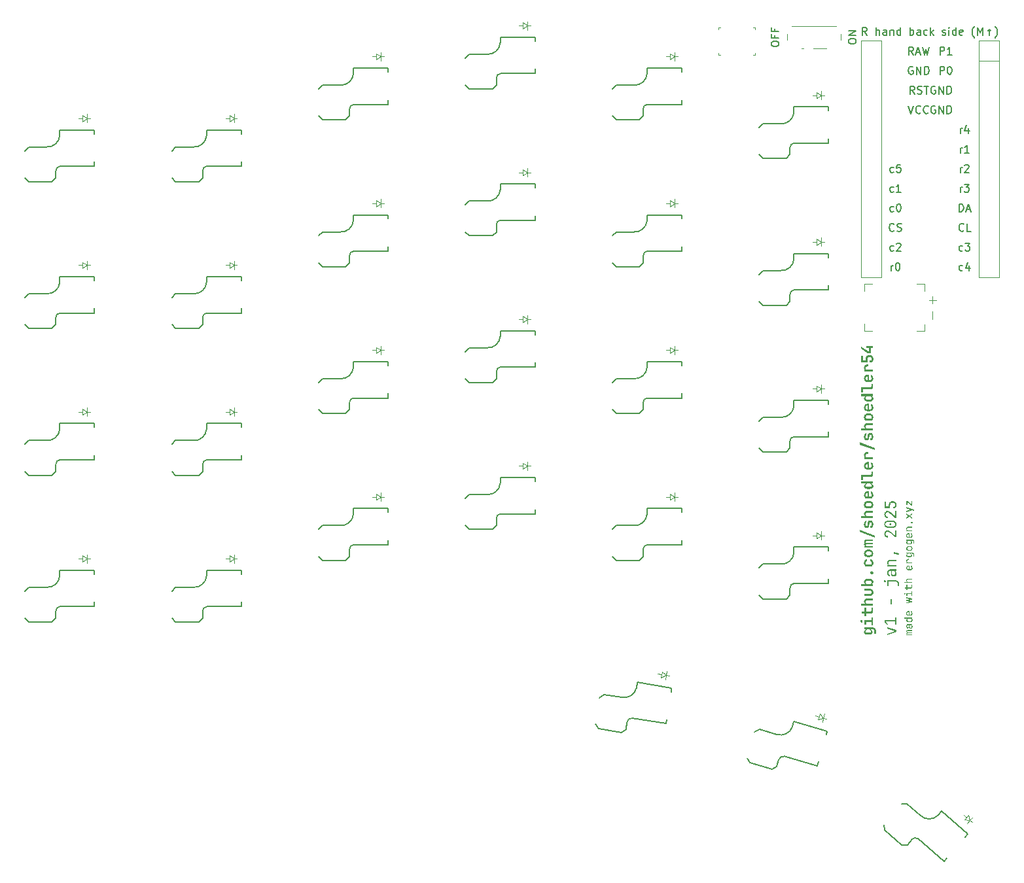
<source format=gbr>
%TF.GenerationSoftware,KiCad,Pcbnew,9.0.6*%
%TF.CreationDate,2026-01-10T00:21:17+01:00*%
%TF.ProjectId,shoedler54,73686f65-646c-4657-9235-342e6b696361,v1.0.0*%
%TF.SameCoordinates,Original*%
%TF.FileFunction,Legend,Top*%
%TF.FilePolarity,Positive*%
%FSLAX46Y46*%
G04 Gerber Fmt 4.6, Leading zero omitted, Abs format (unit mm)*
G04 Created by KiCad (PCBNEW 9.0.6) date 2026-01-10 00:21:17*
%MOMM*%
%LPD*%
G01*
G04 APERTURE LIST*
%ADD10C,0.187500*%
%ADD11C,0.300000*%
%ADD12C,0.150000*%
%ADD13C,0.100000*%
%ADD14C,0.120000*%
G04 APERTURE END LIST*
D10*
G36*
X262830000Y-159916041D02*
G01*
X262060512Y-159916041D01*
X262060512Y-159806926D01*
X262162667Y-159806926D01*
X262162667Y-159804117D01*
X262129657Y-159796204D01*
X262101990Y-159782477D01*
X262078709Y-159762901D01*
X262061057Y-159738351D01*
X262050295Y-159709581D01*
X262046530Y-159675401D01*
X262049937Y-159642937D01*
X262059763Y-159614815D01*
X262075961Y-159590099D01*
X262109862Y-159560459D01*
X262155645Y-159539724D01*
X262155645Y-159538319D01*
X262123689Y-159528777D01*
X262097448Y-159514108D01*
X262075961Y-159494295D01*
X262059913Y-159469942D01*
X262050015Y-159441165D01*
X262046530Y-159406795D01*
X262052869Y-159360034D01*
X262071109Y-159321308D01*
X262101789Y-159288642D01*
X262140813Y-159264811D01*
X262187939Y-159249875D01*
X262245221Y-159244556D01*
X262830000Y-159244556D01*
X262830000Y-159362037D01*
X262243817Y-159362037D01*
X262201103Y-159368035D01*
X262170361Y-159384446D01*
X262150082Y-159410580D01*
X262143066Y-159445996D01*
X262149865Y-159480220D01*
X262169689Y-159506140D01*
X262199815Y-159522526D01*
X262242412Y-159528550D01*
X262830000Y-159528550D01*
X262830000Y-159632048D01*
X262243817Y-159632048D01*
X262201103Y-159638045D01*
X262170361Y-159654457D01*
X262150015Y-159680394D01*
X262143066Y-159714602D01*
X262149930Y-159750035D01*
X262169689Y-159776151D01*
X262199815Y-159792537D01*
X262242412Y-159798560D01*
X262830000Y-159798560D01*
X262830000Y-159916041D01*
G37*
G36*
X262830000Y-158574598D02*
G01*
X262690109Y-158574598D01*
X262690109Y-158577407D01*
X262734497Y-158590378D01*
X262771576Y-158613837D01*
X262802705Y-158648726D01*
X262824714Y-158690763D01*
X262838861Y-158743093D01*
X262843982Y-158808217D01*
X262839407Y-158867273D01*
X262826459Y-158917478D01*
X262805829Y-158960374D01*
X262777548Y-158997138D01*
X262742144Y-159027439D01*
X262701994Y-159049070D01*
X262656163Y-159062402D01*
X262603342Y-159067053D01*
X262556698Y-159063292D01*
X262515516Y-159052462D01*
X262478839Y-159034874D01*
X262446076Y-159010734D01*
X262418448Y-158981092D01*
X262395614Y-158945359D01*
X262379160Y-158906077D01*
X262369020Y-158862506D01*
X262365511Y-158813834D01*
X262365511Y-158799851D01*
X262463452Y-158799851D01*
X262467820Y-158839389D01*
X262480236Y-158872237D01*
X262500516Y-158899869D01*
X262527393Y-158920921D01*
X262559750Y-158933796D01*
X262599190Y-158938337D01*
X262640111Y-158933313D01*
X262673318Y-158919073D01*
X262700612Y-158895655D01*
X262720448Y-158865164D01*
X262733091Y-158826510D01*
X262737676Y-158777442D01*
X262732184Y-158717399D01*
X262716942Y-158669277D01*
X262692918Y-158630591D01*
X262659752Y-158600449D01*
X262619873Y-158582343D01*
X262571163Y-158576003D01*
X262463452Y-158576003D01*
X262463452Y-158799851D01*
X262365511Y-158799851D01*
X262365511Y-158576003D01*
X262305366Y-158576003D01*
X262257796Y-158580957D01*
X262221635Y-158594489D01*
X262194175Y-158615728D01*
X262173869Y-158645380D01*
X262160585Y-158685593D01*
X262155645Y-158739645D01*
X262158973Y-158787611D01*
X262168137Y-158826211D01*
X262182267Y-158857187D01*
X262202870Y-158882875D01*
X262227198Y-158898294D01*
X262256395Y-158904754D01*
X262256395Y-159030661D01*
X262213004Y-159022791D01*
X262174029Y-159006410D01*
X262138543Y-158981189D01*
X262106003Y-158946031D01*
X262081017Y-158906079D01*
X262062471Y-158859242D01*
X262050705Y-158804270D01*
X262046530Y-158739645D01*
X262051366Y-158669254D01*
X262064810Y-158611402D01*
X262085732Y-158563890D01*
X262113696Y-158524956D01*
X262149647Y-158492874D01*
X262191946Y-158469702D01*
X262241859Y-158455217D01*
X262301153Y-158450095D01*
X262830000Y-158450095D01*
X262830000Y-158574598D01*
G37*
G36*
X262830000Y-157736784D02*
G01*
X262683087Y-157736784D01*
X262683087Y-157738189D01*
X262730624Y-157750164D01*
X262769471Y-157771966D01*
X262801301Y-157803951D01*
X262824407Y-157843271D01*
X262838856Y-157890213D01*
X262843982Y-157946650D01*
X262838871Y-158002748D01*
X262824232Y-158051205D01*
X262800453Y-158093490D01*
X262767046Y-158130626D01*
X262726871Y-158159933D01*
X262679690Y-158181465D01*
X262624164Y-158195052D01*
X262558585Y-158199869D01*
X262333332Y-158199869D01*
X262266973Y-158195074D01*
X262210999Y-158181575D01*
X262163647Y-158160244D01*
X262123527Y-158131297D01*
X262090182Y-158094517D01*
X262066381Y-158052281D01*
X262051679Y-158003508D01*
X262046530Y-157946650D01*
X262050395Y-157904640D01*
X262155645Y-157904640D01*
X262160721Y-157956273D01*
X262174757Y-157996995D01*
X262196922Y-158029204D01*
X262227571Y-158052590D01*
X262271490Y-158068091D01*
X262333332Y-158073961D01*
X262557180Y-158073961D01*
X262618059Y-158068140D01*
X262661857Y-158052676D01*
X262692918Y-158029204D01*
X262715470Y-157996943D01*
X262729720Y-157956220D01*
X262734867Y-157904640D01*
X262729033Y-157854561D01*
X262712611Y-157814277D01*
X262685896Y-157781542D01*
X262650738Y-157757504D01*
X262606372Y-157742284D01*
X262550219Y-157736784D01*
X262340354Y-157736784D01*
X262284159Y-157742286D01*
X262239775Y-157757506D01*
X262204616Y-157781542D01*
X262177901Y-157814277D01*
X262161479Y-157854561D01*
X262155645Y-157904640D01*
X262050395Y-157904640D01*
X262051719Y-157890253D01*
X262066391Y-157843047D01*
X262089944Y-157803218D01*
X262122159Y-157770579D01*
X262160832Y-157748130D01*
X262207424Y-157735380D01*
X262207424Y-157733975D01*
X262032547Y-157736784D01*
X261808698Y-157736784D01*
X261808698Y-157610877D01*
X262830000Y-157610877D01*
X262830000Y-157736784D01*
G37*
G36*
X262477435Y-157241704D02*
G01*
X262550219Y-157241704D01*
X262605108Y-157235813D01*
X262649322Y-157219303D01*
X262685225Y-157192733D01*
X262712354Y-157157317D01*
X262728991Y-157114641D01*
X262734867Y-157062613D01*
X262731522Y-157016664D01*
X262722190Y-156978691D01*
X262707573Y-156947269D01*
X262686683Y-156920312D01*
X262662424Y-156902263D01*
X262634117Y-156891948D01*
X262634117Y-156766041D01*
X262680227Y-156776731D01*
X262720521Y-156795661D01*
X262756023Y-156823029D01*
X262787318Y-156859769D01*
X262817999Y-156916391D01*
X262837192Y-156983219D01*
X262843982Y-157062613D01*
X262838465Y-157129568D01*
X262822719Y-157187360D01*
X262797354Y-157237625D01*
X262762161Y-157281577D01*
X262718832Y-157317019D01*
X262667819Y-157342836D01*
X262607608Y-157359056D01*
X262536175Y-157364802D01*
X262354337Y-157364802D01*
X262282903Y-157359055D01*
X262222703Y-157342834D01*
X262171712Y-157317017D01*
X262128412Y-157281577D01*
X262093190Y-157237621D01*
X262067807Y-157187355D01*
X262052050Y-157129564D01*
X262046530Y-157062613D01*
X262150088Y-157062613D01*
X262156121Y-157117422D01*
X262172903Y-157160623D01*
X262199792Y-157194870D01*
X262235603Y-157219954D01*
X262281489Y-157235907D01*
X262340354Y-157241704D01*
X262379494Y-157241704D01*
X262379494Y-156883583D01*
X262340354Y-156883583D01*
X262281494Y-156889386D01*
X262235608Y-156905359D01*
X262199792Y-156930478D01*
X262172902Y-156964687D01*
X262156121Y-157007847D01*
X262150088Y-157062613D01*
X262046530Y-157062613D01*
X262050819Y-157002903D01*
X262063118Y-156950365D01*
X262082922Y-156903855D01*
X262110608Y-156861765D01*
X262144485Y-156826767D01*
X262185076Y-156798220D01*
X262230287Y-156777650D01*
X262281636Y-156764883D01*
X262340354Y-156760423D01*
X262477435Y-156760423D01*
X262477435Y-157241704D01*
G37*
G36*
X262830000Y-155634647D02*
G01*
X262060512Y-155760554D01*
X262060512Y-155651439D01*
X262603342Y-155573098D01*
X262671242Y-155564672D01*
X262732058Y-155559054D01*
X262671242Y-155552826D01*
X262603342Y-155543667D01*
X262060512Y-155447130D01*
X262060512Y-155321222D01*
X262603342Y-155224685D01*
X262671242Y-155214244D01*
X262732058Y-155207894D01*
X262671242Y-155200933D01*
X262603342Y-155192506D01*
X262060512Y-155111418D01*
X262060512Y-155007859D01*
X262830000Y-155139384D01*
X262830000Y-155277869D01*
X262298344Y-155366041D01*
X262215118Y-155376543D01*
X262147280Y-155384176D01*
X262215118Y-155391198D01*
X262298344Y-155403777D01*
X262830000Y-155496100D01*
X262830000Y-155634647D01*
G37*
G36*
X262830000Y-154845743D02*
G01*
X262715266Y-154845743D01*
X262715266Y-154572984D01*
X262175245Y-154572984D01*
X262175245Y-154817777D01*
X262060512Y-154817777D01*
X262060512Y-154447077D01*
X262715266Y-154447077D01*
X262715266Y-154188241D01*
X262830000Y-154188241D01*
X262830000Y-154845743D01*
G37*
G36*
X261922027Y-154524014D02*
G01*
X261915682Y-154566494D01*
X261898274Y-154596737D01*
X261870816Y-154616434D01*
X261833916Y-154623299D01*
X261795633Y-154616393D01*
X261767421Y-154596737D01*
X261749454Y-154566430D01*
X261742936Y-154524014D01*
X261749454Y-154481597D01*
X261767421Y-154451290D01*
X261795638Y-154431587D01*
X261833916Y-154424668D01*
X261870811Y-154431547D01*
X261898274Y-154451290D01*
X261915682Y-154481533D01*
X261922027Y-154524014D01*
G37*
G36*
X262830000Y-153628803D02*
G01*
X262823408Y-153690012D01*
X262804821Y-153740039D01*
X262774740Y-153781332D01*
X262734659Y-153812686D01*
X262686272Y-153831888D01*
X262627156Y-153838668D01*
X262175245Y-153838668D01*
X262175245Y-154059708D01*
X262060512Y-154059708D01*
X262060512Y-153838668D01*
X261843686Y-153838668D01*
X261843686Y-153712761D01*
X262060512Y-153712761D01*
X262060512Y-153397993D01*
X262175245Y-153397993D01*
X262175245Y-153712761D01*
X262627156Y-153712761D01*
X262663251Y-153706764D01*
X262690781Y-153689680D01*
X262708958Y-153663380D01*
X262715266Y-153628803D01*
X262715266Y-153404954D01*
X262830000Y-153404954D01*
X262830000Y-153628803D01*
G37*
G36*
X262830000Y-153157536D02*
G01*
X261808698Y-153157536D01*
X261808698Y-153031629D01*
X262207424Y-153031629D01*
X262207424Y-153030225D01*
X262158765Y-153018416D01*
X262119764Y-152997447D01*
X262088539Y-152967271D01*
X262065970Y-152929692D01*
X262051669Y-152883343D01*
X262046530Y-152825976D01*
X262051368Y-152768730D01*
X262065128Y-152719821D01*
X262087239Y-152677726D01*
X262117909Y-152641329D01*
X262155418Y-152612185D01*
X262199427Y-152590892D01*
X262251200Y-152577499D01*
X262312388Y-152572758D01*
X262830000Y-152572758D01*
X262830000Y-152698665D01*
X262333332Y-152698665D01*
X262277155Y-152704143D01*
X262233587Y-152719182D01*
X262199792Y-152742751D01*
X262174195Y-152774820D01*
X262158472Y-152813995D01*
X262152897Y-152862369D01*
X262158715Y-152912469D01*
X262175126Y-152953019D01*
X262201868Y-152986200D01*
X262237094Y-153010503D01*
X262282301Y-153025994D01*
X262340354Y-153031629D01*
X262830000Y-153031629D01*
X262830000Y-153157536D01*
G37*
G36*
X262477435Y-151367175D02*
G01*
X262550219Y-151367175D01*
X262605108Y-151361284D01*
X262649322Y-151344774D01*
X262685225Y-151318204D01*
X262712354Y-151282788D01*
X262728991Y-151240112D01*
X262734867Y-151188084D01*
X262731522Y-151142135D01*
X262722190Y-151104162D01*
X262707573Y-151072740D01*
X262686683Y-151045783D01*
X262662424Y-151027734D01*
X262634117Y-151017419D01*
X262634117Y-150891512D01*
X262680227Y-150902202D01*
X262720521Y-150921133D01*
X262756023Y-150948500D01*
X262787318Y-150985240D01*
X262817999Y-151041862D01*
X262837192Y-151108690D01*
X262843982Y-151188084D01*
X262838465Y-151255039D01*
X262822719Y-151312831D01*
X262797354Y-151363096D01*
X262762161Y-151407048D01*
X262718832Y-151442490D01*
X262667819Y-151468307D01*
X262607608Y-151484527D01*
X262536175Y-151490273D01*
X262354337Y-151490273D01*
X262282903Y-151484526D01*
X262222703Y-151468305D01*
X262171712Y-151442488D01*
X262128412Y-151407048D01*
X262093190Y-151363092D01*
X262067807Y-151312826D01*
X262052050Y-151255035D01*
X262046530Y-151188084D01*
X262150088Y-151188084D01*
X262156121Y-151242893D01*
X262172903Y-151286094D01*
X262199792Y-151320341D01*
X262235603Y-151345425D01*
X262281489Y-151361378D01*
X262340354Y-151367175D01*
X262379494Y-151367175D01*
X262379494Y-151009054D01*
X262340354Y-151009054D01*
X262281494Y-151014857D01*
X262235608Y-151030830D01*
X262199792Y-151055949D01*
X262172902Y-151090158D01*
X262156121Y-151133318D01*
X262150088Y-151188084D01*
X262046530Y-151188084D01*
X262050819Y-151128374D01*
X262063118Y-151075836D01*
X262082922Y-151029326D01*
X262110608Y-150987236D01*
X262144485Y-150952238D01*
X262185076Y-150923691D01*
X262230287Y-150903121D01*
X262281636Y-150890354D01*
X262340354Y-150885894D01*
X262477435Y-150885894D01*
X262477435Y-151367175D01*
G37*
G36*
X262830000Y-150611915D02*
G01*
X262060512Y-150611915D01*
X262060512Y-150486008D01*
X262207424Y-150486008D01*
X262207424Y-150483199D01*
X262160576Y-150471537D01*
X262121931Y-150450636D01*
X262089944Y-150420245D01*
X262066628Y-150382539D01*
X262051849Y-150335765D01*
X262046530Y-150277547D01*
X262051527Y-150217994D01*
X262065578Y-150168410D01*
X262087899Y-150126922D01*
X262118581Y-150092166D01*
X262156124Y-150065011D01*
X262201653Y-150044762D01*
X262256789Y-150031792D01*
X262323562Y-150027137D01*
X262389324Y-150027137D01*
X262389324Y-150153044D01*
X262323562Y-150153044D01*
X262268844Y-150158284D01*
X262227828Y-150172449D01*
X262197270Y-150194301D01*
X262175130Y-150224186D01*
X262160889Y-150263959D01*
X262155645Y-150316687D01*
X262161474Y-150369688D01*
X262177574Y-150410748D01*
X262203211Y-150442655D01*
X262237449Y-150465716D01*
X262282146Y-150480564D01*
X262340354Y-150486008D01*
X262830000Y-150486008D01*
X262830000Y-150611915D01*
G37*
G36*
X262887214Y-149224984D02*
G01*
X262935980Y-149238871D01*
X262977857Y-149261183D01*
X263013975Y-149292149D01*
X263042750Y-149329951D01*
X263063826Y-149374390D01*
X263077107Y-149426752D01*
X263081814Y-149488703D01*
X263081814Y-149704125D01*
X262967081Y-149704125D01*
X262967081Y-149487299D01*
X262962597Y-149444943D01*
X262950076Y-149411071D01*
X262930017Y-149383801D01*
X262903161Y-149363209D01*
X262870391Y-149350512D01*
X262830000Y-149346004D01*
X262760024Y-149346004D01*
X262634117Y-149343196D01*
X262634117Y-149347409D01*
X262676913Y-149359941D01*
X262711628Y-149381676D01*
X262739752Y-149413171D01*
X262759765Y-149451160D01*
X262772348Y-149496309D01*
X262776816Y-149550252D01*
X262771701Y-149608720D01*
X262757168Y-149658434D01*
X262733795Y-149701039D01*
X262701284Y-149737709D01*
X262661827Y-149766659D01*
X262615160Y-149787985D01*
X262559886Y-149801483D01*
X262494227Y-149806280D01*
X262331927Y-149806280D01*
X262266339Y-149801505D01*
X262210817Y-149788037D01*
X262163661Y-149766710D01*
X262123527Y-149737709D01*
X262090318Y-149700946D01*
X262066505Y-149658306D01*
X262051726Y-149608626D01*
X262046530Y-149550252D01*
X262049831Y-149512456D01*
X262155645Y-149512456D01*
X262161253Y-149563681D01*
X262176860Y-149604141D01*
X262201868Y-149636287D01*
X262235089Y-149660190D01*
X262275883Y-149675066D01*
X262326371Y-149680373D01*
X262501249Y-149680373D01*
X262551737Y-149675066D01*
X262592531Y-149660190D01*
X262625751Y-149636287D01*
X262650723Y-149604146D01*
X262666312Y-149563686D01*
X262671913Y-149512456D01*
X262666079Y-149462376D01*
X262649658Y-149422093D01*
X262622943Y-149389357D01*
X262587785Y-149365319D01*
X262543418Y-149350100D01*
X262487266Y-149344600D01*
X262340354Y-149344600D01*
X262284159Y-149350101D01*
X262239775Y-149365322D01*
X262204616Y-149389357D01*
X262177901Y-149422093D01*
X262161479Y-149462376D01*
X262155645Y-149512456D01*
X262049831Y-149512456D01*
X262051229Y-149496448D01*
X262064503Y-149451305D01*
X262085730Y-149413171D01*
X262115093Y-149381603D01*
X262150545Y-149359880D01*
X262193442Y-149347409D01*
X262193442Y-149344600D01*
X262060512Y-149344600D01*
X262060512Y-149220097D01*
X262830000Y-149220097D01*
X262887214Y-149224984D01*
G37*
G36*
X262605731Y-148373940D02*
G01*
X262666284Y-148389976D01*
X262717202Y-148415391D01*
X262760085Y-148450122D01*
X262794768Y-148493330D01*
X262819919Y-148543480D01*
X262835635Y-148601914D01*
X262841174Y-148670429D01*
X262835634Y-148738976D01*
X262819917Y-148797431D01*
X262794766Y-148847589D01*
X262760085Y-148890797D01*
X262717206Y-148925499D01*
X262666290Y-148950895D01*
X262605735Y-148966921D01*
X262533428Y-148972618D01*
X262357145Y-148972618D01*
X262284002Y-148966932D01*
X262223121Y-148950985D01*
X262172288Y-148925808D01*
X262129816Y-148891530D01*
X262095504Y-148848693D01*
X262070534Y-148798587D01*
X262054874Y-148739792D01*
X262049338Y-148670429D01*
X262161263Y-148670429D01*
X262166817Y-148722684D01*
X262182386Y-148764849D01*
X262207424Y-148799145D01*
X262241147Y-148824572D01*
X262285330Y-148840783D01*
X262343162Y-148846711D01*
X262547411Y-148846711D01*
X262605201Y-148840785D01*
X262649366Y-148824575D01*
X262683087Y-148799145D01*
X262708126Y-148764849D01*
X262723695Y-148722684D01*
X262729249Y-148670429D01*
X262723649Y-148617280D01*
X262708041Y-148574953D01*
X262683087Y-148541041D01*
X262649421Y-148515999D01*
X262605258Y-148500002D01*
X262547411Y-148494146D01*
X262343162Y-148494146D01*
X262285273Y-148500003D01*
X262241092Y-148516002D01*
X262207424Y-148541041D01*
X262182471Y-148574953D01*
X262166863Y-148617280D01*
X262161263Y-148670429D01*
X262049338Y-148670429D01*
X262054873Y-148601099D01*
X262070531Y-148542324D01*
X262095501Y-148492225D01*
X262129816Y-148449389D01*
X262172292Y-148415082D01*
X262223127Y-148389887D01*
X262284006Y-148373929D01*
X262357145Y-148368239D01*
X262533428Y-148368239D01*
X262605731Y-148373940D01*
G37*
G36*
X262887214Y-147546547D02*
G01*
X262935980Y-147560434D01*
X262977857Y-147582746D01*
X263013975Y-147613712D01*
X263042750Y-147651514D01*
X263063826Y-147695953D01*
X263077107Y-147748315D01*
X263081814Y-147810266D01*
X263081814Y-148025689D01*
X262967081Y-148025689D01*
X262967081Y-147808862D01*
X262962597Y-147766506D01*
X262950076Y-147732634D01*
X262930017Y-147705364D01*
X262903161Y-147684772D01*
X262870391Y-147672075D01*
X262830000Y-147667568D01*
X262760024Y-147667568D01*
X262634117Y-147664759D01*
X262634117Y-147668972D01*
X262676913Y-147681504D01*
X262711628Y-147703239D01*
X262739752Y-147734734D01*
X262759765Y-147772723D01*
X262772348Y-147817872D01*
X262776816Y-147871816D01*
X262771701Y-147930283D01*
X262757168Y-147979997D01*
X262733795Y-148022603D01*
X262701284Y-148059272D01*
X262661827Y-148088222D01*
X262615160Y-148109548D01*
X262559886Y-148123046D01*
X262494227Y-148127843D01*
X262331927Y-148127843D01*
X262266339Y-148123068D01*
X262210817Y-148109600D01*
X262163661Y-148088273D01*
X262123527Y-148059272D01*
X262090318Y-148022510D01*
X262066505Y-147979870D01*
X262051726Y-147930189D01*
X262046530Y-147871816D01*
X262049831Y-147834019D01*
X262155645Y-147834019D01*
X262161253Y-147885244D01*
X262176860Y-147925704D01*
X262201868Y-147957850D01*
X262235089Y-147981753D01*
X262275883Y-147996629D01*
X262326371Y-148001936D01*
X262501249Y-148001936D01*
X262551737Y-147996629D01*
X262592531Y-147981753D01*
X262625751Y-147957850D01*
X262650723Y-147925709D01*
X262666312Y-147885249D01*
X262671913Y-147834019D01*
X262666079Y-147783939D01*
X262649658Y-147743656D01*
X262622943Y-147710921D01*
X262587785Y-147686883D01*
X262543418Y-147671663D01*
X262487266Y-147666163D01*
X262340354Y-147666163D01*
X262284159Y-147671665D01*
X262239775Y-147686885D01*
X262204616Y-147710921D01*
X262177901Y-147743656D01*
X262161479Y-147783939D01*
X262155645Y-147834019D01*
X262049831Y-147834019D01*
X262051229Y-147818011D01*
X262064503Y-147772868D01*
X262085730Y-147734734D01*
X262115093Y-147703166D01*
X262150545Y-147681443D01*
X262193442Y-147668972D01*
X262193442Y-147666163D01*
X262060512Y-147666163D01*
X262060512Y-147541660D01*
X262830000Y-147541660D01*
X262887214Y-147546547D01*
G37*
G36*
X262477435Y-147171083D02*
G01*
X262550219Y-147171083D01*
X262605108Y-147165192D01*
X262649322Y-147148682D01*
X262685225Y-147122112D01*
X262712354Y-147086695D01*
X262728991Y-147044020D01*
X262734867Y-146991992D01*
X262731522Y-146946043D01*
X262722190Y-146908070D01*
X262707573Y-146876648D01*
X262686683Y-146849690D01*
X262662424Y-146831642D01*
X262634117Y-146821327D01*
X262634117Y-146695420D01*
X262680227Y-146706110D01*
X262720521Y-146725040D01*
X262756023Y-146752408D01*
X262787318Y-146789148D01*
X262817999Y-146845770D01*
X262837192Y-146912598D01*
X262843982Y-146991992D01*
X262838465Y-147058947D01*
X262822719Y-147116739D01*
X262797354Y-147167004D01*
X262762161Y-147210956D01*
X262718832Y-147246398D01*
X262667819Y-147272215D01*
X262607608Y-147288435D01*
X262536175Y-147294181D01*
X262354337Y-147294181D01*
X262282903Y-147288434D01*
X262222703Y-147272213D01*
X262171712Y-147246396D01*
X262128412Y-147210956D01*
X262093190Y-147167000D01*
X262067807Y-147116734D01*
X262052050Y-147058943D01*
X262046530Y-146991992D01*
X262150088Y-146991992D01*
X262156121Y-147046801D01*
X262172903Y-147090001D01*
X262199792Y-147124249D01*
X262235603Y-147149332D01*
X262281489Y-147165286D01*
X262340354Y-147171083D01*
X262379494Y-147171083D01*
X262379494Y-146812962D01*
X262340354Y-146812962D01*
X262281494Y-146818765D01*
X262235608Y-146834738D01*
X262199792Y-146859856D01*
X262172902Y-146894066D01*
X262156121Y-146937226D01*
X262150088Y-146991992D01*
X262046530Y-146991992D01*
X262050819Y-146932281D01*
X262063118Y-146879744D01*
X262082922Y-146833234D01*
X262110608Y-146791144D01*
X262144485Y-146756146D01*
X262185076Y-146727599D01*
X262230287Y-146707029D01*
X262281636Y-146694261D01*
X262340354Y-146689802D01*
X262477435Y-146689802D01*
X262477435Y-147171083D01*
G37*
G36*
X262830000Y-146443789D02*
G01*
X262060512Y-146443789D01*
X262060512Y-146317882D01*
X262207424Y-146317882D01*
X262207424Y-146316477D01*
X262158765Y-146304668D01*
X262119764Y-146283699D01*
X262088539Y-146253524D01*
X262065970Y-146215944D01*
X262051669Y-146169595D01*
X262046530Y-146112229D01*
X262051368Y-146054982D01*
X262065128Y-146006074D01*
X262087239Y-145963978D01*
X262117909Y-145927581D01*
X262155418Y-145898437D01*
X262199427Y-145877144D01*
X262251200Y-145863752D01*
X262312388Y-145859010D01*
X262830000Y-145859010D01*
X262830000Y-145984918D01*
X262334736Y-145984918D01*
X262277600Y-145990426D01*
X262233613Y-146005493D01*
X262199792Y-146029003D01*
X262174195Y-146061072D01*
X262158472Y-146100247D01*
X262152897Y-146148621D01*
X262158715Y-146198721D01*
X262175126Y-146239272D01*
X262201868Y-146272452D01*
X262237094Y-146296755D01*
X262282301Y-146312246D01*
X262340354Y-146317882D01*
X262830000Y-146317882D01*
X262830000Y-146443789D01*
G37*
G36*
X262843982Y-145313555D02*
G01*
X262840330Y-145346826D01*
X262829999Y-145374151D01*
X262813208Y-145396842D01*
X262790976Y-145414137D01*
X262764784Y-145424621D01*
X262733463Y-145428288D01*
X262700224Y-145424583D01*
X262672657Y-145414052D01*
X262649504Y-145396842D01*
X262631887Y-145374046D01*
X262621119Y-145346722D01*
X262617325Y-145313555D01*
X262621118Y-145280430D01*
X262631887Y-145253147D01*
X262649504Y-145230390D01*
X262672661Y-145213145D01*
X262700229Y-145202594D01*
X262733463Y-145198883D01*
X262764780Y-145202556D01*
X262790972Y-145213059D01*
X262813208Y-145230390D01*
X262829999Y-145253042D01*
X262840330Y-145280327D01*
X262843982Y-145313555D01*
G37*
G36*
X262830000Y-144824092D02*
G01*
X262434082Y-144551334D01*
X262060512Y-144807301D01*
X262060512Y-144659045D01*
X262298344Y-144506516D01*
X262331927Y-144487648D01*
X262361297Y-144472932D01*
X262331927Y-144459682D01*
X262298344Y-144440814D01*
X262060512Y-144288285D01*
X262060512Y-144139968D01*
X262435486Y-144395996D01*
X262830000Y-144124581D01*
X262830000Y-144272897D01*
X262578185Y-144438005D01*
X262542526Y-144456873D01*
X262509614Y-144472932D01*
X262542526Y-144489052D01*
X262578185Y-144510729D01*
X262830000Y-144675837D01*
X262830000Y-144824092D01*
G37*
G36*
X263081814Y-143805844D02*
G01*
X262782433Y-143692515D01*
X262060512Y-143979317D01*
X262060512Y-143843579D01*
X262536175Y-143661741D01*
X262594977Y-143640736D01*
X262648100Y-143626753D01*
X262594977Y-143612770D01*
X262536175Y-143593169D01*
X262060512Y-143423909D01*
X262060512Y-143290980D01*
X263081814Y-143674319D01*
X263081814Y-143805844D01*
G37*
G36*
X262830000Y-143089724D02*
G01*
X262704092Y-143089724D01*
X262175245Y-142658818D01*
X262175245Y-143078550D01*
X262060512Y-143078550D01*
X262060512Y-142517524D01*
X262186420Y-142517524D01*
X262715266Y-142956795D01*
X262715266Y-142502137D01*
X262830000Y-142502137D01*
X262830000Y-143089724D01*
G37*
D11*
G36*
X257817698Y-158910569D02*
G01*
X257894054Y-158933665D01*
X257959821Y-158970978D01*
X258016750Y-159023181D01*
X258061451Y-159085991D01*
X258094426Y-159160115D01*
X258115304Y-159247719D01*
X258122721Y-159351535D01*
X258122721Y-159680988D01*
X257904460Y-159680988D01*
X257904460Y-159355748D01*
X257898381Y-159296122D01*
X257881606Y-159249536D01*
X257855092Y-159213049D01*
X257819374Y-159185608D01*
X257775745Y-159168684D01*
X257721919Y-159162674D01*
X257652676Y-159162674D01*
X257472150Y-159158461D01*
X257532641Y-159187601D01*
X257582206Y-159225590D01*
X257622267Y-159272858D01*
X257651360Y-159327591D01*
X257669418Y-159390932D01*
X257675757Y-159464833D01*
X257667845Y-159551101D01*
X257645247Y-159625094D01*
X257608627Y-159689183D01*
X257557238Y-159745010D01*
X257495492Y-159788835D01*
X257422704Y-159821155D01*
X257336766Y-159841610D01*
X257235020Y-159848874D01*
X257010531Y-159848874D01*
X256909968Y-159841654D01*
X256824520Y-159821265D01*
X256751667Y-159788951D01*
X256689412Y-159745010D01*
X256637496Y-159689114D01*
X256600546Y-159624999D01*
X256577765Y-159551032D01*
X256569795Y-159464833D01*
X256576143Y-159390937D01*
X256580202Y-159376722D01*
X256796482Y-159376722D01*
X256803522Y-159441471D01*
X256823039Y-159492176D01*
X256854185Y-159532061D01*
X256895761Y-159561370D01*
X256948248Y-159579876D01*
X257014744Y-159586557D01*
X257232914Y-159586557D01*
X257299409Y-159579876D01*
X257351897Y-159561370D01*
X257393473Y-159532061D01*
X257424619Y-159492176D01*
X257444136Y-159441471D01*
X257451175Y-159376722D01*
X257443945Y-159312120D01*
X257423784Y-159261038D01*
X257391366Y-159220376D01*
X257348334Y-159190526D01*
X257293822Y-159171620D01*
X257224579Y-159164781D01*
X257023079Y-159164781D01*
X256953836Y-159171620D01*
X256899323Y-159190526D01*
X256856291Y-159220376D01*
X256823874Y-159261038D01*
X256803713Y-159312120D01*
X256796482Y-159376722D01*
X256580202Y-159376722D01*
X256594231Y-159327597D01*
X256623375Y-159272858D01*
X256663470Y-159225728D01*
X256713652Y-159187715D01*
X256775508Y-159158461D01*
X256590769Y-159158461D01*
X256590769Y-158902464D01*
X257728238Y-158902464D01*
X257817698Y-158910569D01*
G37*
G36*
X257745000Y-158581712D02*
G01*
X257507870Y-158581712D01*
X257507870Y-158187137D01*
X256827898Y-158187137D01*
X256827898Y-158539672D01*
X256590769Y-158539672D01*
X256590769Y-157924821D01*
X257507870Y-157924821D01*
X257507870Y-157570180D01*
X257745000Y-157570180D01*
X257745000Y-158581712D01*
G37*
G36*
X256397695Y-158073839D02*
G01*
X256392697Y-158125483D01*
X256378818Y-158166684D01*
X256356845Y-158199685D01*
X256326854Y-158225056D01*
X256290746Y-158240439D01*
X256246661Y-158245847D01*
X256202577Y-158240439D01*
X256166469Y-158225056D01*
X256136477Y-158199685D01*
X256114452Y-158166677D01*
X256100544Y-158125476D01*
X256095536Y-158073839D01*
X256100546Y-158022141D01*
X256114455Y-157980911D01*
X256136477Y-157947902D01*
X256166469Y-157922531D01*
X256202577Y-157907148D01*
X256246661Y-157901740D01*
X256290746Y-157907148D01*
X256326854Y-157922531D01*
X256356845Y-157947902D01*
X256378814Y-157980904D01*
X256392695Y-158022134D01*
X256397695Y-158073839D01*
G37*
G36*
X257745000Y-156737342D02*
G01*
X257738612Y-156817355D01*
X257720498Y-156885571D01*
X257691540Y-156944075D01*
X257651668Y-156994439D01*
X257602164Y-157035319D01*
X257544649Y-157064902D01*
X257477560Y-157083369D01*
X257398785Y-157089877D01*
X256827898Y-157089877D01*
X256827898Y-157408888D01*
X256590769Y-157408888D01*
X256590769Y-157089877D01*
X256265529Y-157089877D01*
X256265529Y-156825545D01*
X256590769Y-156825545D01*
X256590769Y-156365941D01*
X256827898Y-156365941D01*
X256827898Y-156825545D01*
X257392465Y-156825545D01*
X257439202Y-156818184D01*
X257475355Y-156797243D01*
X257499408Y-156764152D01*
X257507870Y-156718475D01*
X257507870Y-156376382D01*
X257745000Y-156376382D01*
X257745000Y-156737342D01*
G37*
G36*
X257745000Y-156061950D02*
G01*
X256213047Y-156061950D01*
X256213047Y-155799633D01*
X256590769Y-155799633D01*
X256804817Y-155805953D01*
X256736139Y-155784681D01*
X256679487Y-155750561D01*
X256632809Y-155703096D01*
X256598632Y-155645515D01*
X256577332Y-155577157D01*
X256569795Y-155495368D01*
X256577350Y-155412153D01*
X256598961Y-155340489D01*
X256634009Y-155278158D01*
X256683184Y-155223617D01*
X256742366Y-155180405D01*
X256811463Y-155148743D01*
X256892355Y-155128815D01*
X256987450Y-155121768D01*
X257745000Y-155121768D01*
X257745000Y-155384084D01*
X257018866Y-155384084D01*
X256949662Y-155390983D01*
X256895935Y-155409951D01*
X256854185Y-155439772D01*
X256822704Y-155480131D01*
X256803345Y-155529287D01*
X256796482Y-155589798D01*
X256803555Y-155653000D01*
X256823350Y-155703447D01*
X256855284Y-155744037D01*
X256897683Y-155773756D01*
X256952417Y-155792721D01*
X257023079Y-155799633D01*
X257745000Y-155799633D01*
X257745000Y-156061950D01*
G37*
G36*
X257765974Y-154335092D02*
G01*
X257757462Y-154444610D01*
X257733459Y-154536927D01*
X257695350Y-154615083D01*
X257643242Y-154681398D01*
X257578146Y-154735260D01*
X257502194Y-154774302D01*
X257413261Y-154798718D01*
X257308476Y-154807336D01*
X256590769Y-154807336D01*
X256590769Y-154545019D01*
X257306370Y-154545019D01*
X257377205Y-154538264D01*
X257432786Y-154519653D01*
X257476454Y-154490430D01*
X257509426Y-154450301D01*
X257529915Y-154399588D01*
X257537271Y-154335092D01*
X257529994Y-154272050D01*
X257509570Y-154221634D01*
X257476454Y-154180944D01*
X257432700Y-154151091D01*
X257377117Y-154132129D01*
X257306370Y-154125257D01*
X256590769Y-154125257D01*
X256590769Y-153862940D01*
X257308476Y-153862940D01*
X257413126Y-153871678D01*
X257502012Y-153896454D01*
X257578013Y-153936132D01*
X257643242Y-153990984D01*
X257695595Y-154058301D01*
X257733692Y-154136575D01*
X257757555Y-154227915D01*
X257765974Y-154335092D01*
G37*
G36*
X257425842Y-152602997D02*
G01*
X257511260Y-152623383D01*
X257584100Y-152655697D01*
X257646356Y-152699642D01*
X257698702Y-152755593D01*
X257735612Y-152818479D01*
X257758151Y-152889711D01*
X257765974Y-152971393D01*
X257758753Y-153050548D01*
X257738235Y-153117636D01*
X257705157Y-153175000D01*
X257659924Y-153223325D01*
X257603893Y-153260997D01*
X257535164Y-153288298D01*
X257745000Y-153288298D01*
X257745000Y-153544295D01*
X256213047Y-153544295D01*
X256213047Y-153281978D01*
X256536272Y-153281978D01*
X256800696Y-153290313D01*
X256731959Y-153261763D01*
X256675910Y-153223060D01*
X256630703Y-153173900D01*
X256597455Y-153115933D01*
X256583373Y-153070036D01*
X256796482Y-153070036D01*
X256803820Y-153134491D01*
X256824319Y-153185582D01*
X256857390Y-153226382D01*
X256901119Y-153256097D01*
X256957271Y-153275070D01*
X257029398Y-153281978D01*
X257306370Y-153281978D01*
X257378561Y-153275071D01*
X257434775Y-153256096D01*
X257478561Y-153226382D01*
X257511578Y-153185589D01*
X257532050Y-153134499D01*
X257539378Y-153070036D01*
X257532684Y-153005015D01*
X257514162Y-152953944D01*
X257484789Y-152913690D01*
X257444818Y-152884309D01*
X257390397Y-152865198D01*
X257316903Y-152858094D01*
X257018866Y-152858094D01*
X256945372Y-152865200D01*
X256890987Y-152884313D01*
X256851071Y-152913690D01*
X256821698Y-152953944D01*
X256803176Y-153005015D01*
X256796482Y-153070036D01*
X256583373Y-153070036D01*
X256576962Y-153049140D01*
X256569795Y-152971393D01*
X256577671Y-152888576D01*
X256600291Y-152816864D01*
X256637209Y-152754046D01*
X256689412Y-152698634D01*
X256751582Y-152655235D01*
X256824705Y-152623221D01*
X256910857Y-152602966D01*
X257012637Y-152595778D01*
X257325329Y-152595778D01*
X257425842Y-152602997D01*
G37*
G36*
X257765974Y-151817437D02*
G01*
X257759640Y-151874027D01*
X257741706Y-151920508D01*
X257712485Y-151959128D01*
X257673909Y-151988450D01*
X257628079Y-152006336D01*
X257572900Y-152012617D01*
X257517752Y-152006362D01*
X257471555Y-151988495D01*
X257432308Y-151959128D01*
X257402439Y-151920426D01*
X257384163Y-151873946D01*
X257377719Y-151817437D01*
X257384161Y-151760988D01*
X257402435Y-151714537D01*
X257432308Y-151675837D01*
X257471555Y-151646470D01*
X257517752Y-151628603D01*
X257572900Y-151622348D01*
X257628079Y-151628629D01*
X257673909Y-151646515D01*
X257712485Y-151675837D01*
X257741711Y-151714455D01*
X257759643Y-151760907D01*
X257765974Y-151817437D01*
G37*
G36*
X257765974Y-150539741D02*
G01*
X257759374Y-150637817D01*
X257740531Y-150723590D01*
X257710378Y-150798944D01*
X257667737Y-150867516D01*
X257615521Y-150924146D01*
X257553025Y-150970036D01*
X257482811Y-151003194D01*
X257403339Y-151023704D01*
X257312690Y-151030853D01*
X257023079Y-151030853D01*
X256932430Y-151023703D01*
X256852991Y-151003191D01*
X256782835Y-150970036D01*
X256720339Y-150924146D01*
X256668123Y-150867516D01*
X256625482Y-150798944D01*
X256595278Y-150723585D01*
X256576404Y-150637812D01*
X256569795Y-150539741D01*
X256577551Y-150431995D01*
X256599519Y-150339817D01*
X256634451Y-150260640D01*
X256682085Y-150192428D01*
X256742559Y-150135202D01*
X256812337Y-150093516D01*
X256893135Y-150066586D01*
X256987450Y-150055041D01*
X256987450Y-150313145D01*
X256930342Y-150323981D01*
X256884657Y-150346684D01*
X256847957Y-150381289D01*
X256821182Y-150424972D01*
X256804499Y-150477082D01*
X256798589Y-150539741D01*
X256805627Y-150608898D01*
X256825186Y-150663849D01*
X256856291Y-150707719D01*
X256898448Y-150740516D01*
X256952189Y-150761101D01*
X257020972Y-150768536D01*
X257312690Y-150768536D01*
X257381558Y-150761125D01*
X257435735Y-150740554D01*
X257478561Y-150707719D01*
X257510250Y-150663771D01*
X257530128Y-150608820D01*
X257537271Y-150539741D01*
X257531303Y-150475666D01*
X257514593Y-150423310D01*
X257487995Y-150380281D01*
X257451316Y-150346278D01*
X257405602Y-150323886D01*
X257348410Y-150313145D01*
X257348410Y-150055041D01*
X257442725Y-150066586D01*
X257523523Y-150093516D01*
X257593301Y-150135202D01*
X257653775Y-150192428D01*
X257701367Y-150260634D01*
X257736271Y-150339809D01*
X257758223Y-150431989D01*
X257765974Y-150539741D01*
G37*
G36*
X257406729Y-148826015D02*
G01*
X257495950Y-148851110D01*
X257572704Y-148891427D01*
X257639029Y-148947339D01*
X257692172Y-149015746D01*
X257730931Y-149095688D01*
X257755265Y-149189392D01*
X257763867Y-149299781D01*
X257755265Y-149410219D01*
X257730931Y-149503970D01*
X257692171Y-149583957D01*
X257639029Y-149652407D01*
X257572709Y-149708275D01*
X257495958Y-149748565D01*
X257406735Y-149773645D01*
X257302248Y-149782466D01*
X257033612Y-149782466D01*
X256927966Y-149773596D01*
X256838254Y-149748443D01*
X256761555Y-149708147D01*
X256695732Y-149652407D01*
X256643058Y-149584020D01*
X256604603Y-149504057D01*
X256580444Y-149410283D01*
X256571901Y-149299781D01*
X256800696Y-149299781D01*
X256807761Y-149367451D01*
X256827324Y-149420578D01*
X256858398Y-149462447D01*
X256900350Y-149493341D01*
X256954714Y-149512991D01*
X257025185Y-149520150D01*
X257310583Y-149520150D01*
X257381117Y-149512988D01*
X257435508Y-149493337D01*
X257477462Y-149462447D01*
X257508536Y-149420578D01*
X257528099Y-149367451D01*
X257535164Y-149299781D01*
X257528101Y-149232174D01*
X257508540Y-149179074D01*
X257477462Y-149137207D01*
X257435508Y-149106317D01*
X257381117Y-149086666D01*
X257310583Y-149079505D01*
X257025185Y-149079505D01*
X256954714Y-149086664D01*
X256900350Y-149106313D01*
X256858398Y-149137207D01*
X256827319Y-149179074D01*
X256807758Y-149232174D01*
X256800696Y-149299781D01*
X256571901Y-149299781D01*
X256580444Y-149189328D01*
X256604603Y-149095601D01*
X256643057Y-149015682D01*
X256695732Y-148947339D01*
X256761561Y-148891555D01*
X256838262Y-148851233D01*
X256927972Y-148826063D01*
X257033612Y-148817188D01*
X257302248Y-148817188D01*
X257406729Y-148826015D01*
G37*
G36*
X257745000Y-148571907D02*
G01*
X256590769Y-148571907D01*
X256590769Y-148353646D01*
X256758655Y-148353646D01*
X256758655Y-148347418D01*
X256704944Y-148337696D01*
X256660058Y-148318063D01*
X256622276Y-148288616D01*
X256593270Y-148250870D01*
X256575837Y-148207395D01*
X256569795Y-148156450D01*
X256575436Y-148106576D01*
X256591827Y-148062978D01*
X256619162Y-148024193D01*
X256654940Y-147992425D01*
X256698846Y-147967903D01*
X256752427Y-147950737D01*
X256698829Y-147939685D01*
X256655041Y-147919028D01*
X256619162Y-147888913D01*
X256592061Y-147850668D01*
X256575559Y-147806104D01*
X256569795Y-147753449D01*
X256579043Y-147687365D01*
X256606180Y-147630125D01*
X256652684Y-147579335D01*
X256711406Y-147541711D01*
X256781443Y-147518355D01*
X256865725Y-147510092D01*
X257745000Y-147510092D01*
X257745000Y-147740901D01*
X256884593Y-147740901D01*
X256832185Y-147748004D01*
X256795383Y-147767188D01*
X256771313Y-147798187D01*
X256762868Y-147841652D01*
X256770253Y-147882441D01*
X256790819Y-147910468D01*
X256826584Y-147928862D01*
X256884593Y-147936082D01*
X257745000Y-147936082D01*
X257745000Y-148145917D01*
X256884593Y-148145917D01*
X256832002Y-148152503D01*
X256795383Y-148170097D01*
X256771286Y-148199086D01*
X256762868Y-148240348D01*
X256770488Y-148284454D01*
X256791441Y-148314323D01*
X256827258Y-148333606D01*
X256884593Y-148341098D01*
X257745000Y-148341098D01*
X257745000Y-148571907D01*
G37*
G36*
X257975809Y-147285785D02*
G01*
X256003212Y-146551317D01*
X256003212Y-146278558D01*
X257975809Y-147013027D01*
X257975809Y-147285785D01*
G37*
G36*
X257763867Y-145571567D02*
G01*
X257757237Y-145675113D01*
X257738652Y-145762156D01*
X257709537Y-145835354D01*
X257670536Y-145896898D01*
X257619508Y-145949385D01*
X257561432Y-145986219D01*
X257494891Y-146008694D01*
X257417653Y-146016516D01*
X257417653Y-145758413D01*
X257459899Y-145752649D01*
X257493480Y-145736316D01*
X257520510Y-145709137D01*
X257546346Y-145653376D01*
X257556139Y-145571567D01*
X257556139Y-145479243D01*
X257551556Y-145417050D01*
X257539199Y-145369486D01*
X257520510Y-145333430D01*
X257493318Y-145304968D01*
X257459729Y-145288005D01*
X257417653Y-145282048D01*
X257360963Y-145291695D01*
X257324230Y-145317768D01*
X257300052Y-145359556D01*
X257283289Y-145426762D01*
X257245553Y-145714266D01*
X257224204Y-145802496D01*
X257188403Y-145872322D01*
X257138575Y-145927307D01*
X257075996Y-145967706D01*
X257000826Y-145992850D01*
X256909781Y-146001770D01*
X256829533Y-145994334D01*
X256762606Y-145973333D01*
X256706360Y-145939650D01*
X256659004Y-145892685D01*
X256623157Y-145836600D01*
X256595950Y-145767347D01*
X256578291Y-145682201D01*
X256571901Y-145577887D01*
X256571901Y-145481350D01*
X256578087Y-145384386D01*
X256595534Y-145301716D01*
X256623045Y-145231122D01*
X256660103Y-145170765D01*
X256708490Y-145118522D01*
X256762904Y-145081583D01*
X256824485Y-145058441D01*
X256895126Y-145049040D01*
X256895126Y-145309250D01*
X256861117Y-145315574D01*
X256832521Y-145331349D01*
X256808023Y-145357519D01*
X256784323Y-145409009D01*
X256775508Y-145481350D01*
X256775508Y-145577887D01*
X256785112Y-145655281D01*
X256810129Y-145705931D01*
X256835874Y-145730398D01*
X256866458Y-145744934D01*
X256903461Y-145749986D01*
X256950381Y-145741318D01*
X256981130Y-145717472D01*
X257000688Y-145680027D01*
X257012637Y-145621942D01*
X257050373Y-145351290D01*
X257072737Y-145249183D01*
X257110523Y-145170699D01*
X257162663Y-145110956D01*
X257229238Y-145067412D01*
X257311435Y-145040003D01*
X257413440Y-145030172D01*
X257495562Y-145037905D01*
X257564537Y-145059822D01*
X257622979Y-145095129D01*
X257672643Y-145144569D01*
X257710019Y-145203234D01*
X257738525Y-145276411D01*
X257757115Y-145367183D01*
X257763867Y-145479243D01*
X257763867Y-145571567D01*
G37*
G36*
X257745000Y-144732501D02*
G01*
X256213047Y-144732501D01*
X256213047Y-144470184D01*
X256590769Y-144470184D01*
X256804817Y-144476504D01*
X256736139Y-144455232D01*
X256679487Y-144421112D01*
X256632809Y-144373647D01*
X256598632Y-144316066D01*
X256577332Y-144247709D01*
X256569795Y-144165919D01*
X256577350Y-144082705D01*
X256598961Y-144011040D01*
X256634009Y-143948709D01*
X256683184Y-143894168D01*
X256742366Y-143850957D01*
X256811463Y-143819294D01*
X256892355Y-143799367D01*
X256987450Y-143792319D01*
X257745000Y-143792319D01*
X257745000Y-144054636D01*
X257018866Y-144054636D01*
X256949662Y-144061535D01*
X256895935Y-144080502D01*
X256854185Y-144110323D01*
X256822704Y-144150683D01*
X256803345Y-144199838D01*
X256796482Y-144260349D01*
X256803555Y-144323551D01*
X256823350Y-144373999D01*
X256855284Y-144414589D01*
X256897683Y-144444308D01*
X256952417Y-144463273D01*
X257023079Y-144470184D01*
X257745000Y-144470184D01*
X257745000Y-144732501D01*
G37*
G36*
X257406729Y-142531877D02*
G01*
X257495950Y-142556972D01*
X257572704Y-142597289D01*
X257639029Y-142653201D01*
X257692172Y-142721608D01*
X257730931Y-142801549D01*
X257755265Y-142895254D01*
X257763867Y-143005643D01*
X257755265Y-143116080D01*
X257730931Y-143209832D01*
X257692171Y-143289819D01*
X257639029Y-143358269D01*
X257572709Y-143414137D01*
X257495958Y-143454427D01*
X257406735Y-143479507D01*
X257302248Y-143488328D01*
X257033612Y-143488328D01*
X256927966Y-143479458D01*
X256838254Y-143454304D01*
X256761555Y-143414009D01*
X256695732Y-143358269D01*
X256643058Y-143289882D01*
X256604603Y-143209919D01*
X256580444Y-143116145D01*
X256571901Y-143005643D01*
X256800696Y-143005643D01*
X256807761Y-143073313D01*
X256827324Y-143126440D01*
X256858398Y-143168309D01*
X256900350Y-143199203D01*
X256954714Y-143218852D01*
X257025185Y-143226011D01*
X257310583Y-143226011D01*
X257381117Y-143218850D01*
X257435508Y-143199199D01*
X257477462Y-143168309D01*
X257508536Y-143126440D01*
X257528099Y-143073313D01*
X257535164Y-143005643D01*
X257528101Y-142938036D01*
X257508540Y-142884936D01*
X257477462Y-142843069D01*
X257435508Y-142812179D01*
X257381117Y-142792528D01*
X257310583Y-142785367D01*
X257025185Y-142785367D01*
X256954714Y-142792526D01*
X256900350Y-142812175D01*
X256858398Y-142843069D01*
X256827319Y-142884936D01*
X256807758Y-142938036D01*
X256800696Y-143005643D01*
X256571901Y-143005643D01*
X256580444Y-142895190D01*
X256604603Y-142801463D01*
X256643057Y-142721544D01*
X256695732Y-142653201D01*
X256761561Y-142597417D01*
X256838262Y-142557094D01*
X256927972Y-142531925D01*
X257033612Y-142523050D01*
X257302248Y-142523050D01*
X257406729Y-142531877D01*
G37*
G36*
X257232914Y-141977717D02*
G01*
X257312690Y-141977717D01*
X257388681Y-141970090D01*
X257446355Y-141949313D01*
X257490010Y-141916900D01*
X257522152Y-141872782D01*
X257542465Y-141816558D01*
X257549819Y-141744709D01*
X257542302Y-141666804D01*
X257521517Y-141605216D01*
X257498888Y-141571046D01*
X257471562Y-141548938D01*
X257438627Y-141536980D01*
X257438627Y-141276770D01*
X257509658Y-141296816D01*
X257572238Y-141328955D01*
X257627717Y-141373600D01*
X257676856Y-141432109D01*
X257725369Y-141521266D01*
X257755430Y-141624391D01*
X257765974Y-141744709D01*
X257759278Y-141841306D01*
X257740119Y-141926053D01*
X257709371Y-142000798D01*
X257665989Y-142068486D01*
X257612739Y-142124408D01*
X257548811Y-142169692D01*
X257477347Y-142202272D01*
X257396463Y-142222460D01*
X257304263Y-142229501D01*
X257031505Y-142229501D01*
X256939367Y-142222462D01*
X256858512Y-142202275D01*
X256787049Y-142169692D01*
X256723121Y-142124408D01*
X256669871Y-142068486D01*
X256626489Y-142000798D01*
X256595690Y-141926048D01*
X256576501Y-141841301D01*
X256569795Y-141744709D01*
X256771295Y-141744709D01*
X256779454Y-141818850D01*
X256801874Y-141875571D01*
X256837424Y-141919007D01*
X256884755Y-141950368D01*
X256945390Y-141970418D01*
X257023079Y-141977717D01*
X257063012Y-141977717D01*
X257060906Y-141516006D01*
X257020972Y-141516006D01*
X256943302Y-141523338D01*
X256883044Y-141543434D01*
X256836325Y-141574808D01*
X256801221Y-141618002D01*
X256779238Y-141673397D01*
X256771295Y-141744709D01*
X256569795Y-141744709D01*
X256576485Y-141649605D01*
X256595657Y-141565940D01*
X256626489Y-141491918D01*
X256669691Y-141424720D01*
X256722267Y-141369130D01*
X256784942Y-141324031D01*
X256855011Y-141291377D01*
X256933791Y-141271227D01*
X257023079Y-141264222D01*
X257232914Y-141264222D01*
X257232914Y-141977717D01*
G37*
G36*
X257745000Y-140276046D02*
G01*
X257535164Y-140276046D01*
X257603886Y-140303354D01*
X257659918Y-140341055D01*
X257705157Y-140389436D01*
X257738231Y-140446742D01*
X257758751Y-140513797D01*
X257765974Y-140592951D01*
X257758151Y-140674633D01*
X257735612Y-140745865D01*
X257698702Y-140808751D01*
X257646356Y-140864702D01*
X257584100Y-140908647D01*
X257511260Y-140940961D01*
X257425842Y-140961347D01*
X257325329Y-140968566D01*
X257012637Y-140968566D01*
X256910851Y-140961384D01*
X256824697Y-140941145D01*
X256751576Y-140909158D01*
X256689412Y-140865801D01*
X256637206Y-140810346D01*
X256600288Y-140747497D01*
X256577670Y-140675768D01*
X256569795Y-140592951D01*
X256576962Y-140515204D01*
X256583373Y-140494308D01*
X256796482Y-140494308D01*
X256803176Y-140559329D01*
X256821698Y-140610400D01*
X256851071Y-140650654D01*
X256890987Y-140680031D01*
X256945372Y-140699144D01*
X257018866Y-140706250D01*
X257316903Y-140706250D01*
X257390397Y-140699146D01*
X257444818Y-140680035D01*
X257484789Y-140650654D01*
X257514162Y-140610400D01*
X257532684Y-140559329D01*
X257539378Y-140494308D01*
X257532045Y-140429786D01*
X257511571Y-140378702D01*
X257478561Y-140337962D01*
X257434775Y-140308247D01*
X257378561Y-140289273D01*
X257306370Y-140282366D01*
X257029398Y-140282366D01*
X256957271Y-140289273D01*
X256901119Y-140308247D01*
X256857390Y-140337962D01*
X256824327Y-140378709D01*
X256803824Y-140429793D01*
X256796482Y-140494308D01*
X256583373Y-140494308D01*
X256597455Y-140448411D01*
X256630703Y-140390443D01*
X256675908Y-140341276D01*
X256731957Y-140302542D01*
X256800696Y-140273940D01*
X256536272Y-140282366D01*
X256213047Y-140282366D01*
X256213047Y-140020049D01*
X257745000Y-140020049D01*
X257745000Y-140276046D01*
G37*
G36*
X257745000Y-139042406D02*
G01*
X257738035Y-139127386D01*
X257718205Y-139200371D01*
X257686343Y-139263501D01*
X257642234Y-139318370D01*
X257587746Y-139363151D01*
X257525548Y-139395327D01*
X257454143Y-139415258D01*
X257371491Y-139422234D01*
X256450177Y-139422234D01*
X256450177Y-139802062D01*
X256213047Y-139802062D01*
X256213047Y-139159918D01*
X257365171Y-139159918D01*
X257424968Y-139150263D01*
X257469036Y-139123189D01*
X257497743Y-139080971D01*
X257507870Y-139023538D01*
X257507870Y-138685659D01*
X257745000Y-138685659D01*
X257745000Y-139042406D01*
G37*
G36*
X257232914Y-138201234D02*
G01*
X257312690Y-138201234D01*
X257388681Y-138193607D01*
X257446355Y-138172830D01*
X257490010Y-138140417D01*
X257522152Y-138096299D01*
X257542465Y-138040075D01*
X257549819Y-137968226D01*
X257542302Y-137890321D01*
X257521517Y-137828733D01*
X257498888Y-137794563D01*
X257471562Y-137772455D01*
X257438627Y-137760498D01*
X257438627Y-137500287D01*
X257509658Y-137520333D01*
X257572238Y-137552473D01*
X257627717Y-137597117D01*
X257676856Y-137655626D01*
X257725369Y-137744783D01*
X257755430Y-137847908D01*
X257765974Y-137968226D01*
X257759278Y-138064823D01*
X257740119Y-138149571D01*
X257709371Y-138224315D01*
X257665989Y-138292003D01*
X257612739Y-138347925D01*
X257548811Y-138393209D01*
X257477347Y-138425789D01*
X257396463Y-138445978D01*
X257304263Y-138453018D01*
X257031505Y-138453018D01*
X256939367Y-138445979D01*
X256858512Y-138425792D01*
X256787049Y-138393209D01*
X256723121Y-138347925D01*
X256669871Y-138292003D01*
X256626489Y-138224315D01*
X256595690Y-138149565D01*
X256576501Y-138064818D01*
X256569795Y-137968226D01*
X256771295Y-137968226D01*
X256779454Y-138042367D01*
X256801874Y-138099088D01*
X256837424Y-138142524D01*
X256884755Y-138173885D01*
X256945390Y-138193935D01*
X257023079Y-138201234D01*
X257063012Y-138201234D01*
X257060906Y-137739523D01*
X257020972Y-137739523D01*
X256943302Y-137746855D01*
X256883044Y-137766951D01*
X256836325Y-137798325D01*
X256801221Y-137841519D01*
X256779238Y-137896914D01*
X256771295Y-137968226D01*
X256569795Y-137968226D01*
X256576485Y-137873122D01*
X256595657Y-137789457D01*
X256626489Y-137715435D01*
X256669691Y-137648237D01*
X256722267Y-137592647D01*
X256784942Y-137547548D01*
X256855011Y-137514894D01*
X256933791Y-137494744D01*
X257023079Y-137487739D01*
X257232914Y-137487739D01*
X257232914Y-138201234D01*
G37*
G36*
X257745000Y-137137587D02*
G01*
X256590769Y-137137587D01*
X256590769Y-136881498D01*
X256815350Y-136881498D01*
X256743838Y-136860112D01*
X256684740Y-136825625D01*
X256635923Y-136777634D01*
X256600173Y-136719100D01*
X256577771Y-136648439D01*
X256569795Y-136562578D01*
X256577503Y-136475915D01*
X256599347Y-136402800D01*
X256634413Y-136340642D01*
X256683184Y-136287622D01*
X256742037Y-136246360D01*
X256812791Y-136215633D01*
X256897801Y-136196003D01*
X256999998Y-136188978D01*
X257109174Y-136188978D01*
X257109174Y-136451295D01*
X257012637Y-136451295D01*
X256944749Y-136458083D01*
X256892415Y-136476692D01*
X256852078Y-136505883D01*
X256822160Y-136545602D01*
X256803304Y-136596301D01*
X256796482Y-136661222D01*
X256804154Y-136728328D01*
X256825393Y-136780289D01*
X256859405Y-136820682D01*
X256904424Y-136849731D01*
X256962651Y-136868431D01*
X257037825Y-136875270D01*
X257745000Y-136875270D01*
X257745000Y-137137587D01*
G37*
G36*
X257975809Y-135956337D02*
G01*
X256003212Y-135221868D01*
X256003212Y-134949110D01*
X257975809Y-135683579D01*
X257975809Y-135956337D01*
G37*
G36*
X257763867Y-134242118D02*
G01*
X257757237Y-134345664D01*
X257738652Y-134432708D01*
X257709537Y-134505906D01*
X257670536Y-134567450D01*
X257619508Y-134619937D01*
X257561432Y-134656770D01*
X257494891Y-134679245D01*
X257417653Y-134687068D01*
X257417653Y-134428964D01*
X257459899Y-134423201D01*
X257493480Y-134406868D01*
X257520510Y-134379688D01*
X257546346Y-134323928D01*
X257556139Y-134242118D01*
X257556139Y-134149795D01*
X257551556Y-134087601D01*
X257539199Y-134040038D01*
X257520510Y-134003982D01*
X257493318Y-133975519D01*
X257459729Y-133958556D01*
X257417653Y-133952599D01*
X257360963Y-133962246D01*
X257324230Y-133988319D01*
X257300052Y-134030107D01*
X257283289Y-134097313D01*
X257245553Y-134384817D01*
X257224204Y-134473047D01*
X257188403Y-134542874D01*
X257138575Y-134597858D01*
X257075996Y-134638257D01*
X257000826Y-134663401D01*
X256909781Y-134672322D01*
X256829533Y-134664885D01*
X256762606Y-134643884D01*
X256706360Y-134610202D01*
X256659004Y-134563237D01*
X256623157Y-134507152D01*
X256595950Y-134437898D01*
X256578291Y-134352752D01*
X256571901Y-134248438D01*
X256571901Y-134151901D01*
X256578087Y-134054937D01*
X256595534Y-133972268D01*
X256623045Y-133901673D01*
X256660103Y-133841316D01*
X256708490Y-133789074D01*
X256762904Y-133752134D01*
X256824485Y-133728992D01*
X256895126Y-133719591D01*
X256895126Y-133979801D01*
X256861117Y-133986126D01*
X256832521Y-134001900D01*
X256808023Y-134028070D01*
X256784323Y-134079560D01*
X256775508Y-134151901D01*
X256775508Y-134248438D01*
X256785112Y-134325832D01*
X256810129Y-134376482D01*
X256835874Y-134400949D01*
X256866458Y-134415485D01*
X256903461Y-134420538D01*
X256950381Y-134411869D01*
X256981130Y-134388023D01*
X257000688Y-134350578D01*
X257012637Y-134292493D01*
X257050373Y-134021842D01*
X257072737Y-133919734D01*
X257110523Y-133841251D01*
X257162663Y-133781507D01*
X257229238Y-133737963D01*
X257311435Y-133710554D01*
X257413440Y-133700724D01*
X257495562Y-133708456D01*
X257564537Y-133730374D01*
X257622979Y-133765680D01*
X257672643Y-133815121D01*
X257710019Y-133873785D01*
X257738525Y-133946963D01*
X257757115Y-134037734D01*
X257763867Y-134149795D01*
X257763867Y-134242118D01*
G37*
G36*
X257745000Y-133403053D02*
G01*
X256213047Y-133403053D01*
X256213047Y-133140736D01*
X256590769Y-133140736D01*
X256804817Y-133147056D01*
X256736139Y-133125784D01*
X256679487Y-133091664D01*
X256632809Y-133044199D01*
X256598632Y-132986618D01*
X256577332Y-132918260D01*
X256569795Y-132836470D01*
X256577350Y-132753256D01*
X256598961Y-132681591D01*
X256634009Y-132619260D01*
X256683184Y-132564719D01*
X256742366Y-132521508D01*
X256811463Y-132489845D01*
X256892355Y-132469918D01*
X256987450Y-132462870D01*
X257745000Y-132462870D01*
X257745000Y-132725187D01*
X257018866Y-132725187D01*
X256949662Y-132732086D01*
X256895935Y-132751053D01*
X256854185Y-132780874D01*
X256822704Y-132821234D01*
X256803345Y-132870389D01*
X256796482Y-132930901D01*
X256803555Y-132994103D01*
X256823350Y-133044550D01*
X256855284Y-133085140D01*
X256897683Y-133114859D01*
X256952417Y-133133824D01*
X257023079Y-133140736D01*
X257745000Y-133140736D01*
X257745000Y-133403053D01*
G37*
G36*
X257406729Y-131202428D02*
G01*
X257495950Y-131227524D01*
X257572704Y-131267840D01*
X257639029Y-131323752D01*
X257692172Y-131392159D01*
X257730931Y-131472101D01*
X257755265Y-131565805D01*
X257763867Y-131676195D01*
X257755265Y-131786632D01*
X257730931Y-131880383D01*
X257692171Y-131960370D01*
X257639029Y-132028820D01*
X257572709Y-132084689D01*
X257495958Y-132124978D01*
X257406735Y-132150058D01*
X257302248Y-132158879D01*
X257033612Y-132158879D01*
X256927966Y-132150009D01*
X256838254Y-132124856D01*
X256761555Y-132084561D01*
X256695732Y-132028820D01*
X256643058Y-131960433D01*
X256604603Y-131880470D01*
X256580444Y-131786696D01*
X256571901Y-131676195D01*
X256800696Y-131676195D01*
X256807761Y-131743864D01*
X256827324Y-131796992D01*
X256858398Y-131838860D01*
X256900350Y-131869755D01*
X256954714Y-131889404D01*
X257025185Y-131896563D01*
X257310583Y-131896563D01*
X257381117Y-131889402D01*
X257435508Y-131869751D01*
X257477462Y-131838860D01*
X257508536Y-131796992D01*
X257528099Y-131743864D01*
X257535164Y-131676195D01*
X257528101Y-131608587D01*
X257508540Y-131555487D01*
X257477462Y-131513620D01*
X257435508Y-131482730D01*
X257381117Y-131463079D01*
X257310583Y-131455918D01*
X257025185Y-131455918D01*
X256954714Y-131463077D01*
X256900350Y-131482726D01*
X256858398Y-131513620D01*
X256827319Y-131555487D01*
X256807758Y-131608587D01*
X256800696Y-131676195D01*
X256571901Y-131676195D01*
X256580444Y-131565741D01*
X256604603Y-131472014D01*
X256643057Y-131392096D01*
X256695732Y-131323752D01*
X256761561Y-131267969D01*
X256838262Y-131227646D01*
X256927972Y-131202476D01*
X257033612Y-131193601D01*
X257302248Y-131193601D01*
X257406729Y-131202428D01*
G37*
G36*
X257232914Y-130648268D02*
G01*
X257312690Y-130648268D01*
X257388681Y-130640641D01*
X257446355Y-130619865D01*
X257490010Y-130587452D01*
X257522152Y-130543333D01*
X257542465Y-130487109D01*
X257549819Y-130415260D01*
X257542302Y-130337355D01*
X257521517Y-130275767D01*
X257498888Y-130241597D01*
X257471562Y-130219489D01*
X257438627Y-130207532D01*
X257438627Y-129947322D01*
X257509658Y-129967367D01*
X257572238Y-129999507D01*
X257627717Y-130044152D01*
X257676856Y-130102660D01*
X257725369Y-130191817D01*
X257755430Y-130294942D01*
X257765974Y-130415260D01*
X257759278Y-130511857D01*
X257740119Y-130596605D01*
X257709371Y-130671349D01*
X257665989Y-130739037D01*
X257612739Y-130794959D01*
X257548811Y-130840243D01*
X257477347Y-130872823D01*
X257396463Y-130893012D01*
X257304263Y-130900052D01*
X257031505Y-130900052D01*
X256939367Y-130893013D01*
X256858512Y-130872826D01*
X256787049Y-130840243D01*
X256723121Y-130794959D01*
X256669871Y-130739037D01*
X256626489Y-130671349D01*
X256595690Y-130596599D01*
X256576501Y-130511852D01*
X256569795Y-130415260D01*
X256771295Y-130415260D01*
X256779454Y-130489402D01*
X256801874Y-130546123D01*
X256837424Y-130589558D01*
X256884755Y-130620919D01*
X256945390Y-130640970D01*
X257023079Y-130648268D01*
X257063012Y-130648268D01*
X257060906Y-130186557D01*
X257020972Y-130186557D01*
X256943302Y-130193889D01*
X256883044Y-130213985D01*
X256836325Y-130245359D01*
X256801221Y-130288553D01*
X256779238Y-130343948D01*
X256771295Y-130415260D01*
X256569795Y-130415260D01*
X256576485Y-130320156D01*
X256595657Y-130236491D01*
X256626489Y-130162469D01*
X256669691Y-130095271D01*
X256722267Y-130039681D01*
X256784942Y-129994583D01*
X256855011Y-129961928D01*
X256933791Y-129941778D01*
X257023079Y-129934774D01*
X257232914Y-129934774D01*
X257232914Y-130648268D01*
G37*
G36*
X257745000Y-128946598D02*
G01*
X257535164Y-128946598D01*
X257603886Y-128973905D01*
X257659918Y-129011606D01*
X257705157Y-129059987D01*
X257738231Y-129117293D01*
X257758751Y-129184348D01*
X257765974Y-129263503D01*
X257758151Y-129345184D01*
X257735612Y-129416417D01*
X257698702Y-129479302D01*
X257646356Y-129535253D01*
X257584100Y-129579198D01*
X257511260Y-129611512D01*
X257425842Y-129631899D01*
X257325329Y-129639118D01*
X257012637Y-129639118D01*
X256910851Y-129631935D01*
X256824697Y-129611696D01*
X256751576Y-129579710D01*
X256689412Y-129536352D01*
X256637206Y-129480897D01*
X256600288Y-129418048D01*
X256577670Y-129346319D01*
X256569795Y-129263503D01*
X256576962Y-129185755D01*
X256583373Y-129164859D01*
X256796482Y-129164859D01*
X256803176Y-129229880D01*
X256821698Y-129280952D01*
X256851071Y-129321205D01*
X256890987Y-129350582D01*
X256945372Y-129369695D01*
X257018866Y-129376801D01*
X257316903Y-129376801D01*
X257390397Y-129369698D01*
X257444818Y-129350586D01*
X257484789Y-129321205D01*
X257514162Y-129280952D01*
X257532684Y-129229880D01*
X257539378Y-129164859D01*
X257532045Y-129100337D01*
X257511571Y-129049253D01*
X257478561Y-129008513D01*
X257434775Y-128978799D01*
X257378561Y-128959825D01*
X257306370Y-128952917D01*
X257029398Y-128952917D01*
X256957271Y-128959825D01*
X256901119Y-128978799D01*
X256857390Y-129008513D01*
X256824327Y-129049260D01*
X256803824Y-129100344D01*
X256796482Y-129164859D01*
X256583373Y-129164859D01*
X256597455Y-129118962D01*
X256630703Y-129060995D01*
X256675908Y-129011827D01*
X256731957Y-128973093D01*
X256800696Y-128944491D01*
X256536272Y-128952917D01*
X256213047Y-128952917D01*
X256213047Y-128690601D01*
X257745000Y-128690601D01*
X257745000Y-128946598D01*
G37*
G36*
X257745000Y-127712957D02*
G01*
X257738035Y-127797937D01*
X257718205Y-127870922D01*
X257686343Y-127934053D01*
X257642234Y-127988921D01*
X257587746Y-128033702D01*
X257525548Y-128065878D01*
X257454143Y-128085810D01*
X257371491Y-128092786D01*
X256450177Y-128092786D01*
X256450177Y-128472614D01*
X256213047Y-128472614D01*
X256213047Y-127830469D01*
X257365171Y-127830469D01*
X257424968Y-127820814D01*
X257469036Y-127793741D01*
X257497743Y-127751523D01*
X257507870Y-127694090D01*
X257507870Y-127356210D01*
X257745000Y-127356210D01*
X257745000Y-127712957D01*
G37*
G36*
X257232914Y-126871785D02*
G01*
X257312690Y-126871785D01*
X257388681Y-126864158D01*
X257446355Y-126843382D01*
X257490010Y-126810969D01*
X257522152Y-126766850D01*
X257542465Y-126710627D01*
X257549819Y-126638777D01*
X257542302Y-126560872D01*
X257521517Y-126499284D01*
X257498888Y-126465114D01*
X257471562Y-126443006D01*
X257438627Y-126431049D01*
X257438627Y-126170839D01*
X257509658Y-126190884D01*
X257572238Y-126223024D01*
X257627717Y-126267669D01*
X257676856Y-126326177D01*
X257725369Y-126415335D01*
X257755430Y-126518459D01*
X257765974Y-126638777D01*
X257759278Y-126735374D01*
X257740119Y-126820122D01*
X257709371Y-126894866D01*
X257665989Y-126962554D01*
X257612739Y-127018476D01*
X257548811Y-127063760D01*
X257477347Y-127096341D01*
X257396463Y-127116529D01*
X257304263Y-127123569D01*
X257031505Y-127123569D01*
X256939367Y-127116530D01*
X256858512Y-127096344D01*
X256787049Y-127063760D01*
X256723121Y-127018476D01*
X256669871Y-126962554D01*
X256626489Y-126894866D01*
X256595690Y-126820117D01*
X256576501Y-126735369D01*
X256569795Y-126638777D01*
X256771295Y-126638777D01*
X256779454Y-126712919D01*
X256801874Y-126769640D01*
X256837424Y-126813075D01*
X256884755Y-126844436D01*
X256945390Y-126864487D01*
X257023079Y-126871785D01*
X257063012Y-126871785D01*
X257060906Y-126410075D01*
X257020972Y-126410075D01*
X256943302Y-126417406D01*
X256883044Y-126437502D01*
X256836325Y-126468876D01*
X256801221Y-126512070D01*
X256779238Y-126567465D01*
X256771295Y-126638777D01*
X256569795Y-126638777D01*
X256576485Y-126543674D01*
X256595657Y-126460008D01*
X256626489Y-126385986D01*
X256669691Y-126318788D01*
X256722267Y-126263199D01*
X256784942Y-126218100D01*
X256855011Y-126185445D01*
X256933791Y-126165295D01*
X257023079Y-126158291D01*
X257232914Y-126158291D01*
X257232914Y-126871785D01*
G37*
G36*
X257745000Y-125808138D02*
G01*
X256590769Y-125808138D01*
X256590769Y-125552049D01*
X256815350Y-125552049D01*
X256743838Y-125530663D01*
X256684740Y-125496177D01*
X256635923Y-125448185D01*
X256600173Y-125389652D01*
X256577771Y-125318990D01*
X256569795Y-125233129D01*
X256577503Y-125146466D01*
X256599347Y-125073351D01*
X256634413Y-125011194D01*
X256683184Y-124958173D01*
X256742037Y-124916911D01*
X256812791Y-124886185D01*
X256897801Y-124866554D01*
X256999998Y-124859529D01*
X257109174Y-124859529D01*
X257109174Y-125121846D01*
X257012637Y-125121846D01*
X256944749Y-125128634D01*
X256892415Y-125147244D01*
X256852078Y-125176434D01*
X256822160Y-125216153D01*
X256803304Y-125266852D01*
X256796482Y-125331773D01*
X256804154Y-125398880D01*
X256825393Y-125450840D01*
X256859405Y-125491233D01*
X256904424Y-125520282D01*
X256962651Y-125538982D01*
X257037825Y-125545821D01*
X257745000Y-125545821D01*
X257745000Y-125808138D01*
G37*
G36*
X257765974Y-124131655D02*
G01*
X257757761Y-124243566D01*
X257734548Y-124338730D01*
X257697694Y-124419969D01*
X257647455Y-124489501D01*
X257583853Y-124547041D01*
X257510402Y-124588218D01*
X257425153Y-124613723D01*
X257325329Y-124622675D01*
X257325329Y-124360358D01*
X257387001Y-124353080D01*
X257437567Y-124332422D01*
X257479569Y-124298534D01*
X257510712Y-124254045D01*
X257530256Y-124198723D01*
X257537271Y-124129549D01*
X257530209Y-124060473D01*
X257510635Y-124005957D01*
X257479569Y-123962761D01*
X257437580Y-123930363D01*
X257385085Y-123910185D01*
X257319009Y-123902952D01*
X257218259Y-123902952D01*
X257152104Y-123910082D01*
X257099611Y-123929945D01*
X257057700Y-123961754D01*
X257026675Y-124004278D01*
X257007085Y-124058386D01*
X256999998Y-124127442D01*
X256999998Y-124570285D01*
X256213047Y-124570285D01*
X256213047Y-123697239D01*
X256450177Y-123697239D01*
X256450177Y-124322622D01*
X256769188Y-124320516D01*
X256769188Y-124114894D01*
X256777515Y-124001504D01*
X256800793Y-123907461D01*
X256837335Y-123829339D01*
X256886700Y-123764467D01*
X256949113Y-123711861D01*
X257023443Y-123673459D01*
X257112084Y-123649246D01*
X257218259Y-123640635D01*
X257319009Y-123640635D01*
X257421226Y-123649530D01*
X257508072Y-123674790D01*
X257582429Y-123715381D01*
X257646356Y-123771794D01*
X257696866Y-123840341D01*
X257734065Y-123921432D01*
X257757606Y-124017502D01*
X257765974Y-124131655D01*
G37*
G36*
X257745000Y-122692393D02*
G01*
X257440734Y-122692393D01*
X257440734Y-123370167D01*
X257060906Y-123370167D01*
X256213047Y-122803585D01*
X256213047Y-122511867D01*
X257130149Y-123118383D01*
X257209833Y-123118383D01*
X257209833Y-122692393D01*
X256863619Y-122692393D01*
X256863619Y-122427970D01*
X257745000Y-122427970D01*
X257745000Y-122692393D01*
G37*
D10*
G36*
X260745000Y-159494234D02*
G01*
X259590769Y-159886701D01*
X259590769Y-159683094D01*
X260367278Y-159431311D01*
X260500543Y-159391468D01*
X260600194Y-159366281D01*
X260500543Y-159341093D01*
X260367278Y-159305373D01*
X259590769Y-159053589D01*
X259590769Y-158854195D01*
X260745000Y-159246663D01*
X260745000Y-159494234D01*
G37*
G36*
X260745000Y-158552311D02*
G01*
X260572900Y-158552311D01*
X260572900Y-158136762D01*
X259376721Y-158136762D01*
X259687306Y-158552311D01*
X259471151Y-158552311D01*
X259213047Y-158206005D01*
X259213047Y-157947902D01*
X260572900Y-157947902D01*
X260572900Y-157608007D01*
X260745000Y-157608007D01*
X260745000Y-158552311D01*
G37*
G36*
X260136468Y-155929692D02*
G01*
X259968582Y-155929692D01*
X259968582Y-155258147D01*
X260136468Y-155258147D01*
X260136468Y-155929692D01*
G37*
G36*
X261122721Y-153517001D02*
G01*
X260950621Y-153517001D01*
X260950621Y-153256790D01*
X260941901Y-153172851D01*
X260917718Y-153106676D01*
X260879272Y-153054282D01*
X260827453Y-153015137D01*
X260762312Y-152990641D01*
X260679970Y-152981834D01*
X259762868Y-152981834D01*
X259762868Y-153527442D01*
X259590769Y-153527442D01*
X259590769Y-152792973D01*
X260679970Y-152792973D01*
X260780240Y-152801507D01*
X260865843Y-152825773D01*
X260939478Y-152864776D01*
X261003103Y-152918911D01*
X261054116Y-152985100D01*
X261091252Y-153062001D01*
X261114515Y-153151668D01*
X261122721Y-153256790D01*
X261122721Y-153517001D01*
G37*
G36*
X259383040Y-152908469D02*
G01*
X259373523Y-152972190D01*
X259347411Y-153017554D01*
X259306225Y-153047099D01*
X259250874Y-153057397D01*
X259193449Y-153047039D01*
X259151132Y-153017554D01*
X259124181Y-152972094D01*
X259114404Y-152908469D01*
X259124181Y-152844845D01*
X259151132Y-152799385D01*
X259193457Y-152769829D01*
X259250874Y-152759451D01*
X259306217Y-152769769D01*
X259347411Y-152799385D01*
X259373523Y-152844749D01*
X259383040Y-152908469D01*
G37*
G36*
X260745000Y-151567759D02*
G01*
X260535164Y-151567759D01*
X260535164Y-151571973D01*
X260601746Y-151591429D01*
X260657364Y-151626618D01*
X260704058Y-151678951D01*
X260737071Y-151742007D01*
X260758292Y-151820501D01*
X260765974Y-151918187D01*
X260759111Y-152006771D01*
X260739689Y-152082079D01*
X260708744Y-152146422D01*
X260666323Y-152201570D01*
X260613216Y-152247021D01*
X260552991Y-152279467D01*
X260484245Y-152299465D01*
X260405013Y-152306441D01*
X260335048Y-152300800D01*
X260273274Y-152284555D01*
X260218259Y-152258173D01*
X260169114Y-152221963D01*
X260127673Y-152177500D01*
X260093421Y-152123900D01*
X260068740Y-152064977D01*
X260053531Y-151999622D01*
X260048266Y-151926613D01*
X260048266Y-151905639D01*
X260195178Y-151905639D01*
X260201730Y-151964946D01*
X260220355Y-152014218D01*
X260250774Y-152055665D01*
X260291089Y-152087243D01*
X260339626Y-152106555D01*
X260398785Y-152113367D01*
X260460167Y-152105831D01*
X260509977Y-152084472D01*
X260550918Y-152049345D01*
X260580672Y-152003608D01*
X260599636Y-151945627D01*
X260606514Y-151872025D01*
X260598276Y-151781961D01*
X260575414Y-151709778D01*
X260539378Y-151651748D01*
X260489628Y-151606535D01*
X260429809Y-151579376D01*
X260356745Y-151569866D01*
X260195178Y-151569866D01*
X260195178Y-151905639D01*
X260048266Y-151905639D01*
X260048266Y-151569866D01*
X259958049Y-151569866D01*
X259886695Y-151577298D01*
X259832453Y-151597596D01*
X259791263Y-151629454D01*
X259760804Y-151673932D01*
X259740878Y-151734251D01*
X259733468Y-151815330D01*
X259738460Y-151887279D01*
X259752206Y-151945178D01*
X259773401Y-151991643D01*
X259804305Y-152030174D01*
X259840797Y-152053303D01*
X259884593Y-152062992D01*
X259884593Y-152251853D01*
X259819506Y-152240049D01*
X259761043Y-152215477D01*
X259707815Y-152177646D01*
X259659004Y-152124908D01*
X259621526Y-152064981D01*
X259593707Y-151994726D01*
X259576057Y-151912267D01*
X259569795Y-151815330D01*
X259577050Y-151709743D01*
X259597215Y-151622965D01*
X259628599Y-151551697D01*
X259670545Y-151493296D01*
X259724470Y-151445173D01*
X259787919Y-151410415D01*
X259862788Y-151388688D01*
X259951729Y-151381005D01*
X260745000Y-151381005D01*
X260745000Y-151567759D01*
G37*
G36*
X260745000Y-150995132D02*
G01*
X259590769Y-150995132D01*
X259590769Y-150806271D01*
X259811137Y-150806271D01*
X259811137Y-150804165D01*
X259738148Y-150786452D01*
X259679646Y-150754998D01*
X259632809Y-150709734D01*
X259598956Y-150653365D01*
X259577504Y-150583842D01*
X259569795Y-150497793D01*
X259577053Y-150411922D01*
X259597693Y-150338560D01*
X259630859Y-150275417D01*
X259676864Y-150220821D01*
X259733127Y-150177105D01*
X259799141Y-150145165D01*
X259876801Y-150125077D01*
X259968582Y-150117964D01*
X260745000Y-150117964D01*
X260745000Y-150306825D01*
X260002104Y-150306825D01*
X259916401Y-150315089D01*
X259850420Y-150337688D01*
X259799688Y-150372954D01*
X259761292Y-150421057D01*
X259737708Y-150479820D01*
X259729346Y-150552381D01*
X259738072Y-150627531D01*
X259762689Y-150688357D01*
X259802802Y-150738128D01*
X259855642Y-150774582D01*
X259923452Y-150797819D01*
X260010531Y-150806271D01*
X260745000Y-150806271D01*
X260745000Y-150995132D01*
G37*
G36*
X261080772Y-149488642D02*
G01*
X260438627Y-149373237D01*
X260438627Y-149146641D01*
X261080772Y-149293553D01*
X261080772Y-149488642D01*
G37*
G36*
X260745000Y-147231289D02*
G01*
X260570793Y-147231289D01*
X260025185Y-146721310D01*
X259907750Y-146621752D01*
X259815350Y-146563956D01*
X259722294Y-146528813D01*
X259634916Y-146517703D01*
X259553867Y-146526390D01*
X259488194Y-146550797D01*
X259434515Y-146590151D01*
X259393907Y-146642658D01*
X259368859Y-146706918D01*
X259359959Y-146786339D01*
X259369124Y-146868489D01*
X259394895Y-146934840D01*
X259436621Y-146988939D01*
X259491828Y-147029361D01*
X259559529Y-147054459D01*
X259643251Y-147063402D01*
X259643251Y-147252263D01*
X259540808Y-147240849D01*
X259453372Y-147214578D01*
X259378343Y-147174410D01*
X259313797Y-147120097D01*
X259261627Y-147053740D01*
X259223868Y-146977378D01*
X259200339Y-146889094D01*
X259192073Y-146786339D01*
X259200295Y-146681193D01*
X259223580Y-146591735D01*
X259260715Y-146515220D01*
X259311691Y-146449559D01*
X259375232Y-146396039D01*
X259449141Y-146357359D01*
X259535449Y-146333225D01*
X259636931Y-146324720D01*
X259708498Y-146330914D01*
X259785055Y-146350287D01*
X259867832Y-146384529D01*
X259945630Y-146429449D01*
X260035877Y-146496051D01*
X260140590Y-146589052D01*
X260572900Y-147002494D01*
X260572900Y-146305761D01*
X260745000Y-146305761D01*
X260745000Y-147231289D01*
G37*
G36*
X260026033Y-145406636D02*
G01*
X260063012Y-145432074D01*
X260086181Y-145471067D01*
X260094428Y-145523299D01*
X260086178Y-145575609D01*
X260063012Y-145614615D01*
X260026033Y-145640053D01*
X259972704Y-145649236D01*
X259921472Y-145640104D01*
X259885692Y-145614615D01*
X259863228Y-145575685D01*
X259855192Y-145523299D01*
X259863225Y-145470992D01*
X259885692Y-145432074D01*
X259921472Y-145406584D01*
X259972704Y-145397452D01*
X260026033Y-145406636D01*
G37*
G36*
X260404251Y-145068344D02*
G01*
X260483080Y-145087479D01*
X260553025Y-145118374D01*
X260615794Y-145161411D01*
X260667954Y-145214563D01*
X260710378Y-145278842D01*
X260740586Y-145350058D01*
X260759397Y-145430934D01*
X260765974Y-145523299D01*
X260757570Y-145628298D01*
X260733743Y-145717716D01*
X260695665Y-145794314D01*
X260643242Y-145860170D01*
X260578167Y-145913796D01*
X260503139Y-145952482D01*
X260416223Y-145976552D01*
X260314796Y-145985009D01*
X259643251Y-145985009D01*
X259541822Y-145976551D01*
X259454924Y-145952479D01*
X259379927Y-145913793D01*
X259314897Y-145860170D01*
X259262430Y-145794308D01*
X259224325Y-145717708D01*
X259200483Y-145628292D01*
X259192073Y-145523299D01*
X259353640Y-145523299D01*
X259363124Y-145603776D01*
X259390124Y-145670243D01*
X259434515Y-145725898D01*
X259492422Y-145767804D01*
X259561002Y-145793455D01*
X259643251Y-145802468D01*
X260314796Y-145802468D01*
X260397106Y-145793452D01*
X260465715Y-145767800D01*
X260523624Y-145725898D01*
X260567960Y-145670249D01*
X260594931Y-145603783D01*
X260604407Y-145523299D01*
X260594932Y-145442878D01*
X260567961Y-145376473D01*
X260523624Y-145320882D01*
X260465708Y-145278927D01*
X260397099Y-145253246D01*
X260314796Y-145244221D01*
X259643251Y-145244221D01*
X259561009Y-145253243D01*
X259492428Y-145278923D01*
X259434515Y-145320882D01*
X259390123Y-145376480D01*
X259363124Y-145442884D01*
X259353640Y-145523299D01*
X259192073Y-145523299D01*
X259200481Y-145418355D01*
X259224321Y-145328968D01*
X259262426Y-145252381D01*
X259314897Y-145186518D01*
X259379927Y-145132896D01*
X259454924Y-145094209D01*
X259541822Y-145070138D01*
X259643251Y-145061680D01*
X260314796Y-145061680D01*
X260404251Y-145068344D01*
G37*
G36*
X260745000Y-144713633D02*
G01*
X260570793Y-144713633D01*
X260025185Y-144203654D01*
X259907750Y-144104097D01*
X259815350Y-144046301D01*
X259722294Y-144011157D01*
X259634916Y-144000047D01*
X259553867Y-144008735D01*
X259488194Y-144033142D01*
X259434515Y-144072496D01*
X259393907Y-144125002D01*
X259368859Y-144189263D01*
X259359959Y-144268684D01*
X259369124Y-144350834D01*
X259394895Y-144417184D01*
X259436621Y-144471284D01*
X259491828Y-144511705D01*
X259559529Y-144536804D01*
X259643251Y-144545747D01*
X259643251Y-144734608D01*
X259540808Y-144723193D01*
X259453372Y-144696923D01*
X259378343Y-144656754D01*
X259313797Y-144602442D01*
X259261627Y-144536085D01*
X259223868Y-144459722D01*
X259200339Y-144371438D01*
X259192073Y-144268684D01*
X259200295Y-144163538D01*
X259223580Y-144074079D01*
X259260715Y-143997565D01*
X259311691Y-143931904D01*
X259375232Y-143878383D01*
X259449141Y-143839703D01*
X259535449Y-143815570D01*
X259636931Y-143807065D01*
X259708498Y-143813259D01*
X259785055Y-143832631D01*
X259867832Y-143866874D01*
X259945630Y-143911794D01*
X260035877Y-143978396D01*
X260140590Y-144071397D01*
X260572900Y-144484839D01*
X260572900Y-143788106D01*
X260745000Y-143788106D01*
X260745000Y-144713633D01*
G37*
G36*
X260765974Y-143018283D02*
G01*
X260757801Y-143123521D01*
X260734686Y-143212813D01*
X260697886Y-143288948D01*
X260647455Y-143354056D01*
X260584444Y-143407163D01*
X260511210Y-143445529D01*
X260425750Y-143469457D01*
X260325329Y-143477887D01*
X260325329Y-143289026D01*
X260406217Y-143280215D01*
X260471494Y-143255479D01*
X260524631Y-143215570D01*
X260564537Y-143162431D01*
X260589274Y-143097126D01*
X260598087Y-143016176D01*
X260589274Y-142935226D01*
X260564537Y-142869922D01*
X260524631Y-142816782D01*
X260471494Y-142776873D01*
X260406217Y-142752138D01*
X260325329Y-142743326D01*
X260230899Y-142743326D01*
X260149788Y-142751924D01*
X260084485Y-142776000D01*
X260031505Y-142814676D01*
X259991481Y-142866438D01*
X259966809Y-142929687D01*
X259958049Y-143007750D01*
X259958049Y-143425405D01*
X259213047Y-143425405D01*
X259213047Y-142609054D01*
X259385147Y-142609054D01*
X259385147Y-143249092D01*
X259785949Y-143244879D01*
X259785949Y-142997308D01*
X259794134Y-142891742D01*
X259817069Y-142804019D01*
X259853245Y-142730912D01*
X259902453Y-142669962D01*
X259963817Y-142621190D01*
X260037269Y-142585317D01*
X260125238Y-142562576D01*
X260230899Y-142554466D01*
X260325329Y-142554466D01*
X260425680Y-142562958D01*
X260511115Y-142587073D01*
X260584374Y-142625770D01*
X260647455Y-142679396D01*
X260697832Y-142744969D01*
X260734642Y-142821755D01*
X260757785Y-142911919D01*
X260765974Y-143018283D01*
G37*
D12*
X254554819Y-83119047D02*
X254554819Y-82928571D01*
X254554819Y-82928571D02*
X254602438Y-82833333D01*
X254602438Y-82833333D02*
X254697676Y-82738095D01*
X254697676Y-82738095D02*
X254888152Y-82690476D01*
X254888152Y-82690476D02*
X255221485Y-82690476D01*
X255221485Y-82690476D02*
X255411961Y-82738095D01*
X255411961Y-82738095D02*
X255507200Y-82833333D01*
X255507200Y-82833333D02*
X255554819Y-82928571D01*
X255554819Y-82928571D02*
X255554819Y-83119047D01*
X255554819Y-83119047D02*
X255507200Y-83214285D01*
X255507200Y-83214285D02*
X255411961Y-83309523D01*
X255411961Y-83309523D02*
X255221485Y-83357142D01*
X255221485Y-83357142D02*
X254888152Y-83357142D01*
X254888152Y-83357142D02*
X254697676Y-83309523D01*
X254697676Y-83309523D02*
X254602438Y-83214285D01*
X254602438Y-83214285D02*
X254554819Y-83119047D01*
X255554819Y-82261904D02*
X254554819Y-82261904D01*
X254554819Y-82261904D02*
X255554819Y-81690476D01*
X255554819Y-81690476D02*
X254554819Y-81690476D01*
X244554819Y-83452380D02*
X244554819Y-83261904D01*
X244554819Y-83261904D02*
X244602438Y-83166666D01*
X244602438Y-83166666D02*
X244697676Y-83071428D01*
X244697676Y-83071428D02*
X244888152Y-83023809D01*
X244888152Y-83023809D02*
X245221485Y-83023809D01*
X245221485Y-83023809D02*
X245411961Y-83071428D01*
X245411961Y-83071428D02*
X245507200Y-83166666D01*
X245507200Y-83166666D02*
X245554819Y-83261904D01*
X245554819Y-83261904D02*
X245554819Y-83452380D01*
X245554819Y-83452380D02*
X245507200Y-83547618D01*
X245507200Y-83547618D02*
X245411961Y-83642856D01*
X245411961Y-83642856D02*
X245221485Y-83690475D01*
X245221485Y-83690475D02*
X244888152Y-83690475D01*
X244888152Y-83690475D02*
X244697676Y-83642856D01*
X244697676Y-83642856D02*
X244602438Y-83547618D01*
X244602438Y-83547618D02*
X244554819Y-83452380D01*
X245031009Y-82261904D02*
X245031009Y-82595237D01*
X245554819Y-82595237D02*
X244554819Y-82595237D01*
X244554819Y-82595237D02*
X244554819Y-82119047D01*
X245031009Y-81404761D02*
X245031009Y-81738094D01*
X245554819Y-81738094D02*
X244554819Y-81738094D01*
X244554819Y-81738094D02*
X244554819Y-81261904D01*
X269331904Y-112647200D02*
X269236666Y-112694819D01*
X269236666Y-112694819D02*
X269046190Y-112694819D01*
X269046190Y-112694819D02*
X268950952Y-112647200D01*
X268950952Y-112647200D02*
X268903333Y-112599580D01*
X268903333Y-112599580D02*
X268855714Y-112504342D01*
X268855714Y-112504342D02*
X268855714Y-112218628D01*
X268855714Y-112218628D02*
X268903333Y-112123390D01*
X268903333Y-112123390D02*
X268950952Y-112075771D01*
X268950952Y-112075771D02*
X269046190Y-112028152D01*
X269046190Y-112028152D02*
X269236666Y-112028152D01*
X269236666Y-112028152D02*
X269331904Y-112075771D01*
X270189047Y-112028152D02*
X270189047Y-112694819D01*
X269950952Y-111647200D02*
X269712857Y-112361485D01*
X269712857Y-112361485D02*
X270331904Y-112361485D01*
X262959523Y-84754819D02*
X262626190Y-84278628D01*
X262388095Y-84754819D02*
X262388095Y-83754819D01*
X262388095Y-83754819D02*
X262769047Y-83754819D01*
X262769047Y-83754819D02*
X262864285Y-83802438D01*
X262864285Y-83802438D02*
X262911904Y-83850057D01*
X262911904Y-83850057D02*
X262959523Y-83945295D01*
X262959523Y-83945295D02*
X262959523Y-84088152D01*
X262959523Y-84088152D02*
X262911904Y-84183390D01*
X262911904Y-84183390D02*
X262864285Y-84231009D01*
X262864285Y-84231009D02*
X262769047Y-84278628D01*
X262769047Y-84278628D02*
X262388095Y-84278628D01*
X263340476Y-84469104D02*
X263816666Y-84469104D01*
X263245238Y-84754819D02*
X263578571Y-83754819D01*
X263578571Y-83754819D02*
X263911904Y-84754819D01*
X264150000Y-83754819D02*
X264388095Y-84754819D01*
X264388095Y-84754819D02*
X264578571Y-84040533D01*
X264578571Y-84040533D02*
X264769047Y-84754819D01*
X264769047Y-84754819D02*
X265007143Y-83754819D01*
X262316667Y-91374819D02*
X262650000Y-92374819D01*
X262650000Y-92374819D02*
X262983333Y-91374819D01*
X263888095Y-92279580D02*
X263840476Y-92327200D01*
X263840476Y-92327200D02*
X263697619Y-92374819D01*
X263697619Y-92374819D02*
X263602381Y-92374819D01*
X263602381Y-92374819D02*
X263459524Y-92327200D01*
X263459524Y-92327200D02*
X263364286Y-92231961D01*
X263364286Y-92231961D02*
X263316667Y-92136723D01*
X263316667Y-92136723D02*
X263269048Y-91946247D01*
X263269048Y-91946247D02*
X263269048Y-91803390D01*
X263269048Y-91803390D02*
X263316667Y-91612914D01*
X263316667Y-91612914D02*
X263364286Y-91517676D01*
X263364286Y-91517676D02*
X263459524Y-91422438D01*
X263459524Y-91422438D02*
X263602381Y-91374819D01*
X263602381Y-91374819D02*
X263697619Y-91374819D01*
X263697619Y-91374819D02*
X263840476Y-91422438D01*
X263840476Y-91422438D02*
X263888095Y-91470057D01*
X264888095Y-92279580D02*
X264840476Y-92327200D01*
X264840476Y-92327200D02*
X264697619Y-92374819D01*
X264697619Y-92374819D02*
X264602381Y-92374819D01*
X264602381Y-92374819D02*
X264459524Y-92327200D01*
X264459524Y-92327200D02*
X264364286Y-92231961D01*
X264364286Y-92231961D02*
X264316667Y-92136723D01*
X264316667Y-92136723D02*
X264269048Y-91946247D01*
X264269048Y-91946247D02*
X264269048Y-91803390D01*
X264269048Y-91803390D02*
X264316667Y-91612914D01*
X264316667Y-91612914D02*
X264364286Y-91517676D01*
X264364286Y-91517676D02*
X264459524Y-91422438D01*
X264459524Y-91422438D02*
X264602381Y-91374819D01*
X264602381Y-91374819D02*
X264697619Y-91374819D01*
X264697619Y-91374819D02*
X264840476Y-91422438D01*
X264840476Y-91422438D02*
X264888095Y-91470057D01*
X256957141Y-82209819D02*
X256623808Y-81733628D01*
X256385713Y-82209819D02*
X256385713Y-81209819D01*
X256385713Y-81209819D02*
X256766665Y-81209819D01*
X256766665Y-81209819D02*
X256861903Y-81257438D01*
X256861903Y-81257438D02*
X256909522Y-81305057D01*
X256909522Y-81305057D02*
X256957141Y-81400295D01*
X256957141Y-81400295D02*
X256957141Y-81543152D01*
X256957141Y-81543152D02*
X256909522Y-81638390D01*
X256909522Y-81638390D02*
X256861903Y-81686009D01*
X256861903Y-81686009D02*
X256766665Y-81733628D01*
X256766665Y-81733628D02*
X256385713Y-81733628D01*
X258147618Y-82209819D02*
X258147618Y-81209819D01*
X258576189Y-82209819D02*
X258576189Y-81686009D01*
X258576189Y-81686009D02*
X258528570Y-81590771D01*
X258528570Y-81590771D02*
X258433332Y-81543152D01*
X258433332Y-81543152D02*
X258290475Y-81543152D01*
X258290475Y-81543152D02*
X258195237Y-81590771D01*
X258195237Y-81590771D02*
X258147618Y-81638390D01*
X259480951Y-82209819D02*
X259480951Y-81686009D01*
X259480951Y-81686009D02*
X259433332Y-81590771D01*
X259433332Y-81590771D02*
X259338094Y-81543152D01*
X259338094Y-81543152D02*
X259147618Y-81543152D01*
X259147618Y-81543152D02*
X259052380Y-81590771D01*
X259480951Y-82162200D02*
X259385713Y-82209819D01*
X259385713Y-82209819D02*
X259147618Y-82209819D01*
X259147618Y-82209819D02*
X259052380Y-82162200D01*
X259052380Y-82162200D02*
X259004761Y-82066961D01*
X259004761Y-82066961D02*
X259004761Y-81971723D01*
X259004761Y-81971723D02*
X259052380Y-81876485D01*
X259052380Y-81876485D02*
X259147618Y-81828866D01*
X259147618Y-81828866D02*
X259385713Y-81828866D01*
X259385713Y-81828866D02*
X259480951Y-81781247D01*
X259957142Y-81543152D02*
X259957142Y-82209819D01*
X259957142Y-81638390D02*
X260004761Y-81590771D01*
X260004761Y-81590771D02*
X260099999Y-81543152D01*
X260099999Y-81543152D02*
X260242856Y-81543152D01*
X260242856Y-81543152D02*
X260338094Y-81590771D01*
X260338094Y-81590771D02*
X260385713Y-81686009D01*
X260385713Y-81686009D02*
X260385713Y-82209819D01*
X261290475Y-82209819D02*
X261290475Y-81209819D01*
X261290475Y-82162200D02*
X261195237Y-82209819D01*
X261195237Y-82209819D02*
X261004761Y-82209819D01*
X261004761Y-82209819D02*
X260909523Y-82162200D01*
X260909523Y-82162200D02*
X260861904Y-82114580D01*
X260861904Y-82114580D02*
X260814285Y-82019342D01*
X260814285Y-82019342D02*
X260814285Y-81733628D01*
X260814285Y-81733628D02*
X260861904Y-81638390D01*
X260861904Y-81638390D02*
X260909523Y-81590771D01*
X260909523Y-81590771D02*
X261004761Y-81543152D01*
X261004761Y-81543152D02*
X261195237Y-81543152D01*
X261195237Y-81543152D02*
X261290475Y-81590771D01*
X262528571Y-82209819D02*
X262528571Y-81209819D01*
X262528571Y-81590771D02*
X262623809Y-81543152D01*
X262623809Y-81543152D02*
X262814285Y-81543152D01*
X262814285Y-81543152D02*
X262909523Y-81590771D01*
X262909523Y-81590771D02*
X262957142Y-81638390D01*
X262957142Y-81638390D02*
X263004761Y-81733628D01*
X263004761Y-81733628D02*
X263004761Y-82019342D01*
X263004761Y-82019342D02*
X262957142Y-82114580D01*
X262957142Y-82114580D02*
X262909523Y-82162200D01*
X262909523Y-82162200D02*
X262814285Y-82209819D01*
X262814285Y-82209819D02*
X262623809Y-82209819D01*
X262623809Y-82209819D02*
X262528571Y-82162200D01*
X263861904Y-82209819D02*
X263861904Y-81686009D01*
X263861904Y-81686009D02*
X263814285Y-81590771D01*
X263814285Y-81590771D02*
X263719047Y-81543152D01*
X263719047Y-81543152D02*
X263528571Y-81543152D01*
X263528571Y-81543152D02*
X263433333Y-81590771D01*
X263861904Y-82162200D02*
X263766666Y-82209819D01*
X263766666Y-82209819D02*
X263528571Y-82209819D01*
X263528571Y-82209819D02*
X263433333Y-82162200D01*
X263433333Y-82162200D02*
X263385714Y-82066961D01*
X263385714Y-82066961D02*
X263385714Y-81971723D01*
X263385714Y-81971723D02*
X263433333Y-81876485D01*
X263433333Y-81876485D02*
X263528571Y-81828866D01*
X263528571Y-81828866D02*
X263766666Y-81828866D01*
X263766666Y-81828866D02*
X263861904Y-81781247D01*
X264766666Y-82162200D02*
X264671428Y-82209819D01*
X264671428Y-82209819D02*
X264480952Y-82209819D01*
X264480952Y-82209819D02*
X264385714Y-82162200D01*
X264385714Y-82162200D02*
X264338095Y-82114580D01*
X264338095Y-82114580D02*
X264290476Y-82019342D01*
X264290476Y-82019342D02*
X264290476Y-81733628D01*
X264290476Y-81733628D02*
X264338095Y-81638390D01*
X264338095Y-81638390D02*
X264385714Y-81590771D01*
X264385714Y-81590771D02*
X264480952Y-81543152D01*
X264480952Y-81543152D02*
X264671428Y-81543152D01*
X264671428Y-81543152D02*
X264766666Y-81590771D01*
X265195238Y-82209819D02*
X265195238Y-81209819D01*
X265290476Y-81828866D02*
X265576190Y-82209819D01*
X265576190Y-81543152D02*
X265195238Y-81924104D01*
X266719048Y-82162200D02*
X266814286Y-82209819D01*
X266814286Y-82209819D02*
X267004762Y-82209819D01*
X267004762Y-82209819D02*
X267100000Y-82162200D01*
X267100000Y-82162200D02*
X267147619Y-82066961D01*
X267147619Y-82066961D02*
X267147619Y-82019342D01*
X267147619Y-82019342D02*
X267100000Y-81924104D01*
X267100000Y-81924104D02*
X267004762Y-81876485D01*
X267004762Y-81876485D02*
X266861905Y-81876485D01*
X266861905Y-81876485D02*
X266766667Y-81828866D01*
X266766667Y-81828866D02*
X266719048Y-81733628D01*
X266719048Y-81733628D02*
X266719048Y-81686009D01*
X266719048Y-81686009D02*
X266766667Y-81590771D01*
X266766667Y-81590771D02*
X266861905Y-81543152D01*
X266861905Y-81543152D02*
X267004762Y-81543152D01*
X267004762Y-81543152D02*
X267100000Y-81590771D01*
X267576191Y-82209819D02*
X267576191Y-81543152D01*
X267576191Y-81209819D02*
X267528572Y-81257438D01*
X267528572Y-81257438D02*
X267576191Y-81305057D01*
X267576191Y-81305057D02*
X267623810Y-81257438D01*
X267623810Y-81257438D02*
X267576191Y-81209819D01*
X267576191Y-81209819D02*
X267576191Y-81305057D01*
X268480952Y-82209819D02*
X268480952Y-81209819D01*
X268480952Y-82162200D02*
X268385714Y-82209819D01*
X268385714Y-82209819D02*
X268195238Y-82209819D01*
X268195238Y-82209819D02*
X268100000Y-82162200D01*
X268100000Y-82162200D02*
X268052381Y-82114580D01*
X268052381Y-82114580D02*
X268004762Y-82019342D01*
X268004762Y-82019342D02*
X268004762Y-81733628D01*
X268004762Y-81733628D02*
X268052381Y-81638390D01*
X268052381Y-81638390D02*
X268100000Y-81590771D01*
X268100000Y-81590771D02*
X268195238Y-81543152D01*
X268195238Y-81543152D02*
X268385714Y-81543152D01*
X268385714Y-81543152D02*
X268480952Y-81590771D01*
X269338095Y-82162200D02*
X269242857Y-82209819D01*
X269242857Y-82209819D02*
X269052381Y-82209819D01*
X269052381Y-82209819D02*
X268957143Y-82162200D01*
X268957143Y-82162200D02*
X268909524Y-82066961D01*
X268909524Y-82066961D02*
X268909524Y-81686009D01*
X268909524Y-81686009D02*
X268957143Y-81590771D01*
X268957143Y-81590771D02*
X269052381Y-81543152D01*
X269052381Y-81543152D02*
X269242857Y-81543152D01*
X269242857Y-81543152D02*
X269338095Y-81590771D01*
X269338095Y-81590771D02*
X269385714Y-81686009D01*
X269385714Y-81686009D02*
X269385714Y-81781247D01*
X269385714Y-81781247D02*
X268909524Y-81876485D01*
X270861905Y-82590771D02*
X270814286Y-82543152D01*
X270814286Y-82543152D02*
X270719048Y-82400295D01*
X270719048Y-82400295D02*
X270671429Y-82305057D01*
X270671429Y-82305057D02*
X270623810Y-82162200D01*
X270623810Y-82162200D02*
X270576191Y-81924104D01*
X270576191Y-81924104D02*
X270576191Y-81733628D01*
X270576191Y-81733628D02*
X270623810Y-81495533D01*
X270623810Y-81495533D02*
X270671429Y-81352676D01*
X270671429Y-81352676D02*
X270719048Y-81257438D01*
X270719048Y-81257438D02*
X270814286Y-81114580D01*
X270814286Y-81114580D02*
X270861905Y-81066961D01*
X271242858Y-82209819D02*
X271242858Y-81209819D01*
X271242858Y-81209819D02*
X271576191Y-81924104D01*
X271576191Y-81924104D02*
X271909524Y-81209819D01*
X271909524Y-81209819D02*
X271909524Y-82209819D01*
X272766667Y-82209819D02*
X272766667Y-81447914D01*
X272576191Y-81638390D02*
X272766667Y-81447914D01*
X272766667Y-81447914D02*
X272957143Y-81638390D01*
X273528572Y-82590771D02*
X273576191Y-82543152D01*
X273576191Y-82543152D02*
X273671429Y-82400295D01*
X273671429Y-82400295D02*
X273719048Y-82305057D01*
X273719048Y-82305057D02*
X273766667Y-82162200D01*
X273766667Y-82162200D02*
X273814286Y-81924104D01*
X273814286Y-81924104D02*
X273814286Y-81733628D01*
X273814286Y-81733628D02*
X273766667Y-81495533D01*
X273766667Y-81495533D02*
X273719048Y-81352676D01*
X273719048Y-81352676D02*
X273671429Y-81257438D01*
X273671429Y-81257438D02*
X273576191Y-81114580D01*
X273576191Y-81114580D02*
X273528572Y-81066961D01*
X266401905Y-84754819D02*
X266401905Y-83754819D01*
X266401905Y-83754819D02*
X266782857Y-83754819D01*
X266782857Y-83754819D02*
X266878095Y-83802438D01*
X266878095Y-83802438D02*
X266925714Y-83850057D01*
X266925714Y-83850057D02*
X266973333Y-83945295D01*
X266973333Y-83945295D02*
X266973333Y-84088152D01*
X266973333Y-84088152D02*
X266925714Y-84183390D01*
X266925714Y-84183390D02*
X266878095Y-84231009D01*
X266878095Y-84231009D02*
X266782857Y-84278628D01*
X266782857Y-84278628D02*
X266401905Y-84278628D01*
X267925714Y-84754819D02*
X267354286Y-84754819D01*
X267640000Y-84754819D02*
X267640000Y-83754819D01*
X267640000Y-83754819D02*
X267544762Y-83897676D01*
X267544762Y-83897676D02*
X267449524Y-83992914D01*
X267449524Y-83992914D02*
X267354286Y-84040533D01*
X268879524Y-105074819D02*
X268879524Y-104074819D01*
X268879524Y-104074819D02*
X269117619Y-104074819D01*
X269117619Y-104074819D02*
X269260476Y-104122438D01*
X269260476Y-104122438D02*
X269355714Y-104217676D01*
X269355714Y-104217676D02*
X269403333Y-104312914D01*
X269403333Y-104312914D02*
X269450952Y-104503390D01*
X269450952Y-104503390D02*
X269450952Y-104646247D01*
X269450952Y-104646247D02*
X269403333Y-104836723D01*
X269403333Y-104836723D02*
X269355714Y-104931961D01*
X269355714Y-104931961D02*
X269260476Y-105027200D01*
X269260476Y-105027200D02*
X269117619Y-105074819D01*
X269117619Y-105074819D02*
X268879524Y-105074819D01*
X269831905Y-104789104D02*
X270308095Y-104789104D01*
X269736667Y-105074819D02*
X270070000Y-104074819D01*
X270070000Y-104074819D02*
X270403333Y-105074819D01*
X266401905Y-87294819D02*
X266401905Y-86294819D01*
X266401905Y-86294819D02*
X266782857Y-86294819D01*
X266782857Y-86294819D02*
X266878095Y-86342438D01*
X266878095Y-86342438D02*
X266925714Y-86390057D01*
X266925714Y-86390057D02*
X266973333Y-86485295D01*
X266973333Y-86485295D02*
X266973333Y-86628152D01*
X266973333Y-86628152D02*
X266925714Y-86723390D01*
X266925714Y-86723390D02*
X266878095Y-86771009D01*
X266878095Y-86771009D02*
X266782857Y-86818628D01*
X266782857Y-86818628D02*
X266401905Y-86818628D01*
X267592381Y-86294819D02*
X267687619Y-86294819D01*
X267687619Y-86294819D02*
X267782857Y-86342438D01*
X267782857Y-86342438D02*
X267830476Y-86390057D01*
X267830476Y-86390057D02*
X267878095Y-86485295D01*
X267878095Y-86485295D02*
X267925714Y-86675771D01*
X267925714Y-86675771D02*
X267925714Y-86913866D01*
X267925714Y-86913866D02*
X267878095Y-87104342D01*
X267878095Y-87104342D02*
X267830476Y-87199580D01*
X267830476Y-87199580D02*
X267782857Y-87247200D01*
X267782857Y-87247200D02*
X267687619Y-87294819D01*
X267687619Y-87294819D02*
X267592381Y-87294819D01*
X267592381Y-87294819D02*
X267497143Y-87247200D01*
X267497143Y-87247200D02*
X267449524Y-87199580D01*
X267449524Y-87199580D02*
X267401905Y-87104342D01*
X267401905Y-87104342D02*
X267354286Y-86913866D01*
X267354286Y-86913866D02*
X267354286Y-86675771D01*
X267354286Y-86675771D02*
X267401905Y-86485295D01*
X267401905Y-86485295D02*
X267449524Y-86390057D01*
X267449524Y-86390057D02*
X267497143Y-86342438D01*
X267497143Y-86342438D02*
X267592381Y-86294819D01*
X260391904Y-99947200D02*
X260296666Y-99994819D01*
X260296666Y-99994819D02*
X260106190Y-99994819D01*
X260106190Y-99994819D02*
X260010952Y-99947200D01*
X260010952Y-99947200D02*
X259963333Y-99899580D01*
X259963333Y-99899580D02*
X259915714Y-99804342D01*
X259915714Y-99804342D02*
X259915714Y-99518628D01*
X259915714Y-99518628D02*
X259963333Y-99423390D01*
X259963333Y-99423390D02*
X260010952Y-99375771D01*
X260010952Y-99375771D02*
X260106190Y-99328152D01*
X260106190Y-99328152D02*
X260296666Y-99328152D01*
X260296666Y-99328152D02*
X260391904Y-99375771D01*
X261296666Y-98994819D02*
X260820476Y-98994819D01*
X260820476Y-98994819D02*
X260772857Y-99471009D01*
X260772857Y-99471009D02*
X260820476Y-99423390D01*
X260820476Y-99423390D02*
X260915714Y-99375771D01*
X260915714Y-99375771D02*
X261153809Y-99375771D01*
X261153809Y-99375771D02*
X261249047Y-99423390D01*
X261249047Y-99423390D02*
X261296666Y-99471009D01*
X261296666Y-99471009D02*
X261344285Y-99566247D01*
X261344285Y-99566247D02*
X261344285Y-99804342D01*
X261344285Y-99804342D02*
X261296666Y-99899580D01*
X261296666Y-99899580D02*
X261249047Y-99947200D01*
X261249047Y-99947200D02*
X261153809Y-99994819D01*
X261153809Y-99994819D02*
X260915714Y-99994819D01*
X260915714Y-99994819D02*
X260820476Y-99947200D01*
X260820476Y-99947200D02*
X260772857Y-99899580D01*
X263102380Y-89834819D02*
X262769047Y-89358628D01*
X262530952Y-89834819D02*
X262530952Y-88834819D01*
X262530952Y-88834819D02*
X262911904Y-88834819D01*
X262911904Y-88834819D02*
X263007142Y-88882438D01*
X263007142Y-88882438D02*
X263054761Y-88930057D01*
X263054761Y-88930057D02*
X263102380Y-89025295D01*
X263102380Y-89025295D02*
X263102380Y-89168152D01*
X263102380Y-89168152D02*
X263054761Y-89263390D01*
X263054761Y-89263390D02*
X263007142Y-89311009D01*
X263007142Y-89311009D02*
X262911904Y-89358628D01*
X262911904Y-89358628D02*
X262530952Y-89358628D01*
X263483333Y-89787200D02*
X263626190Y-89834819D01*
X263626190Y-89834819D02*
X263864285Y-89834819D01*
X263864285Y-89834819D02*
X263959523Y-89787200D01*
X263959523Y-89787200D02*
X264007142Y-89739580D01*
X264007142Y-89739580D02*
X264054761Y-89644342D01*
X264054761Y-89644342D02*
X264054761Y-89549104D01*
X264054761Y-89549104D02*
X264007142Y-89453866D01*
X264007142Y-89453866D02*
X263959523Y-89406247D01*
X263959523Y-89406247D02*
X263864285Y-89358628D01*
X263864285Y-89358628D02*
X263673809Y-89311009D01*
X263673809Y-89311009D02*
X263578571Y-89263390D01*
X263578571Y-89263390D02*
X263530952Y-89215771D01*
X263530952Y-89215771D02*
X263483333Y-89120533D01*
X263483333Y-89120533D02*
X263483333Y-89025295D01*
X263483333Y-89025295D02*
X263530952Y-88930057D01*
X263530952Y-88930057D02*
X263578571Y-88882438D01*
X263578571Y-88882438D02*
X263673809Y-88834819D01*
X263673809Y-88834819D02*
X263911904Y-88834819D01*
X263911904Y-88834819D02*
X264054761Y-88882438D01*
X264340476Y-88834819D02*
X264911904Y-88834819D01*
X264626190Y-89834819D02*
X264626190Y-88834819D01*
X269022381Y-99994819D02*
X269022381Y-99328152D01*
X269022381Y-99518628D02*
X269070000Y-99423390D01*
X269070000Y-99423390D02*
X269117619Y-99375771D01*
X269117619Y-99375771D02*
X269212857Y-99328152D01*
X269212857Y-99328152D02*
X269308095Y-99328152D01*
X269593810Y-99090057D02*
X269641429Y-99042438D01*
X269641429Y-99042438D02*
X269736667Y-98994819D01*
X269736667Y-98994819D02*
X269974762Y-98994819D01*
X269974762Y-98994819D02*
X270070000Y-99042438D01*
X270070000Y-99042438D02*
X270117619Y-99090057D01*
X270117619Y-99090057D02*
X270165238Y-99185295D01*
X270165238Y-99185295D02*
X270165238Y-99280533D01*
X270165238Y-99280533D02*
X270117619Y-99423390D01*
X270117619Y-99423390D02*
X269546191Y-99994819D01*
X269546191Y-99994819D02*
X270165238Y-99994819D01*
X260391904Y-102487200D02*
X260296666Y-102534819D01*
X260296666Y-102534819D02*
X260106190Y-102534819D01*
X260106190Y-102534819D02*
X260010952Y-102487200D01*
X260010952Y-102487200D02*
X259963333Y-102439580D01*
X259963333Y-102439580D02*
X259915714Y-102344342D01*
X259915714Y-102344342D02*
X259915714Y-102058628D01*
X259915714Y-102058628D02*
X259963333Y-101963390D01*
X259963333Y-101963390D02*
X260010952Y-101915771D01*
X260010952Y-101915771D02*
X260106190Y-101868152D01*
X260106190Y-101868152D02*
X260296666Y-101868152D01*
X260296666Y-101868152D02*
X260391904Y-101915771D01*
X261344285Y-102534819D02*
X260772857Y-102534819D01*
X261058571Y-102534819D02*
X261058571Y-101534819D01*
X261058571Y-101534819D02*
X260963333Y-101677676D01*
X260963333Y-101677676D02*
X260868095Y-101772914D01*
X260868095Y-101772914D02*
X260772857Y-101820533D01*
X269022381Y-94914819D02*
X269022381Y-94248152D01*
X269022381Y-94438628D02*
X269070000Y-94343390D01*
X269070000Y-94343390D02*
X269117619Y-94295771D01*
X269117619Y-94295771D02*
X269212857Y-94248152D01*
X269212857Y-94248152D02*
X269308095Y-94248152D01*
X270070000Y-94248152D02*
X270070000Y-94914819D01*
X269831905Y-93867200D02*
X269593810Y-94581485D01*
X269593810Y-94581485D02*
X270212857Y-94581485D01*
X269022381Y-102534819D02*
X269022381Y-101868152D01*
X269022381Y-102058628D02*
X269070000Y-101963390D01*
X269070000Y-101963390D02*
X269117619Y-101915771D01*
X269117619Y-101915771D02*
X269212857Y-101868152D01*
X269212857Y-101868152D02*
X269308095Y-101868152D01*
X269546191Y-101534819D02*
X270165238Y-101534819D01*
X270165238Y-101534819D02*
X269831905Y-101915771D01*
X269831905Y-101915771D02*
X269974762Y-101915771D01*
X269974762Y-101915771D02*
X270070000Y-101963390D01*
X270070000Y-101963390D02*
X270117619Y-102011009D01*
X270117619Y-102011009D02*
X270165238Y-102106247D01*
X270165238Y-102106247D02*
X270165238Y-102344342D01*
X270165238Y-102344342D02*
X270117619Y-102439580D01*
X270117619Y-102439580D02*
X270070000Y-102487200D01*
X270070000Y-102487200D02*
X269974762Y-102534819D01*
X269974762Y-102534819D02*
X269689048Y-102534819D01*
X269689048Y-102534819D02*
X269593810Y-102487200D01*
X269593810Y-102487200D02*
X269546191Y-102439580D01*
X269474761Y-107519580D02*
X269427142Y-107567200D01*
X269427142Y-107567200D02*
X269284285Y-107614819D01*
X269284285Y-107614819D02*
X269189047Y-107614819D01*
X269189047Y-107614819D02*
X269046190Y-107567200D01*
X269046190Y-107567200D02*
X268950952Y-107471961D01*
X268950952Y-107471961D02*
X268903333Y-107376723D01*
X268903333Y-107376723D02*
X268855714Y-107186247D01*
X268855714Y-107186247D02*
X268855714Y-107043390D01*
X268855714Y-107043390D02*
X268903333Y-106852914D01*
X268903333Y-106852914D02*
X268950952Y-106757676D01*
X268950952Y-106757676D02*
X269046190Y-106662438D01*
X269046190Y-106662438D02*
X269189047Y-106614819D01*
X269189047Y-106614819D02*
X269284285Y-106614819D01*
X269284285Y-106614819D02*
X269427142Y-106662438D01*
X269427142Y-106662438D02*
X269474761Y-106710057D01*
X270379523Y-107614819D02*
X269903333Y-107614819D01*
X269903333Y-107614819D02*
X269903333Y-106614819D01*
X260391904Y-110107200D02*
X260296666Y-110154819D01*
X260296666Y-110154819D02*
X260106190Y-110154819D01*
X260106190Y-110154819D02*
X260010952Y-110107200D01*
X260010952Y-110107200D02*
X259963333Y-110059580D01*
X259963333Y-110059580D02*
X259915714Y-109964342D01*
X259915714Y-109964342D02*
X259915714Y-109678628D01*
X259915714Y-109678628D02*
X259963333Y-109583390D01*
X259963333Y-109583390D02*
X260010952Y-109535771D01*
X260010952Y-109535771D02*
X260106190Y-109488152D01*
X260106190Y-109488152D02*
X260296666Y-109488152D01*
X260296666Y-109488152D02*
X260391904Y-109535771D01*
X260772857Y-109250057D02*
X260820476Y-109202438D01*
X260820476Y-109202438D02*
X260915714Y-109154819D01*
X260915714Y-109154819D02*
X261153809Y-109154819D01*
X261153809Y-109154819D02*
X261249047Y-109202438D01*
X261249047Y-109202438D02*
X261296666Y-109250057D01*
X261296666Y-109250057D02*
X261344285Y-109345295D01*
X261344285Y-109345295D02*
X261344285Y-109440533D01*
X261344285Y-109440533D02*
X261296666Y-109583390D01*
X261296666Y-109583390D02*
X260725238Y-110154819D01*
X260725238Y-110154819D02*
X261344285Y-110154819D01*
X269022381Y-97454819D02*
X269022381Y-96788152D01*
X269022381Y-96978628D02*
X269070000Y-96883390D01*
X269070000Y-96883390D02*
X269117619Y-96835771D01*
X269117619Y-96835771D02*
X269212857Y-96788152D01*
X269212857Y-96788152D02*
X269308095Y-96788152D01*
X270165238Y-97454819D02*
X269593810Y-97454819D01*
X269879524Y-97454819D02*
X269879524Y-96454819D01*
X269879524Y-96454819D02*
X269784286Y-96597676D01*
X269784286Y-96597676D02*
X269689048Y-96692914D01*
X269689048Y-96692914D02*
X269593810Y-96740533D01*
X260463333Y-107519580D02*
X260415714Y-107567200D01*
X260415714Y-107567200D02*
X260272857Y-107614819D01*
X260272857Y-107614819D02*
X260177619Y-107614819D01*
X260177619Y-107614819D02*
X260034762Y-107567200D01*
X260034762Y-107567200D02*
X259939524Y-107471961D01*
X259939524Y-107471961D02*
X259891905Y-107376723D01*
X259891905Y-107376723D02*
X259844286Y-107186247D01*
X259844286Y-107186247D02*
X259844286Y-107043390D01*
X259844286Y-107043390D02*
X259891905Y-106852914D01*
X259891905Y-106852914D02*
X259939524Y-106757676D01*
X259939524Y-106757676D02*
X260034762Y-106662438D01*
X260034762Y-106662438D02*
X260177619Y-106614819D01*
X260177619Y-106614819D02*
X260272857Y-106614819D01*
X260272857Y-106614819D02*
X260415714Y-106662438D01*
X260415714Y-106662438D02*
X260463333Y-106710057D01*
X260844286Y-107567200D02*
X260987143Y-107614819D01*
X260987143Y-107614819D02*
X261225238Y-107614819D01*
X261225238Y-107614819D02*
X261320476Y-107567200D01*
X261320476Y-107567200D02*
X261368095Y-107519580D01*
X261368095Y-107519580D02*
X261415714Y-107424342D01*
X261415714Y-107424342D02*
X261415714Y-107329104D01*
X261415714Y-107329104D02*
X261368095Y-107233866D01*
X261368095Y-107233866D02*
X261320476Y-107186247D01*
X261320476Y-107186247D02*
X261225238Y-107138628D01*
X261225238Y-107138628D02*
X261034762Y-107091009D01*
X261034762Y-107091009D02*
X260939524Y-107043390D01*
X260939524Y-107043390D02*
X260891905Y-106995771D01*
X260891905Y-106995771D02*
X260844286Y-106900533D01*
X260844286Y-106900533D02*
X260844286Y-106805295D01*
X260844286Y-106805295D02*
X260891905Y-106710057D01*
X260891905Y-106710057D02*
X260939524Y-106662438D01*
X260939524Y-106662438D02*
X261034762Y-106614819D01*
X261034762Y-106614819D02*
X261272857Y-106614819D01*
X261272857Y-106614819D02*
X261415714Y-106662438D01*
X260391904Y-105027200D02*
X260296666Y-105074819D01*
X260296666Y-105074819D02*
X260106190Y-105074819D01*
X260106190Y-105074819D02*
X260010952Y-105027200D01*
X260010952Y-105027200D02*
X259963333Y-104979580D01*
X259963333Y-104979580D02*
X259915714Y-104884342D01*
X259915714Y-104884342D02*
X259915714Y-104598628D01*
X259915714Y-104598628D02*
X259963333Y-104503390D01*
X259963333Y-104503390D02*
X260010952Y-104455771D01*
X260010952Y-104455771D02*
X260106190Y-104408152D01*
X260106190Y-104408152D02*
X260296666Y-104408152D01*
X260296666Y-104408152D02*
X260391904Y-104455771D01*
X261010952Y-104074819D02*
X261106190Y-104074819D01*
X261106190Y-104074819D02*
X261201428Y-104122438D01*
X261201428Y-104122438D02*
X261249047Y-104170057D01*
X261249047Y-104170057D02*
X261296666Y-104265295D01*
X261296666Y-104265295D02*
X261344285Y-104455771D01*
X261344285Y-104455771D02*
X261344285Y-104693866D01*
X261344285Y-104693866D02*
X261296666Y-104884342D01*
X261296666Y-104884342D02*
X261249047Y-104979580D01*
X261249047Y-104979580D02*
X261201428Y-105027200D01*
X261201428Y-105027200D02*
X261106190Y-105074819D01*
X261106190Y-105074819D02*
X261010952Y-105074819D01*
X261010952Y-105074819D02*
X260915714Y-105027200D01*
X260915714Y-105027200D02*
X260868095Y-104979580D01*
X260868095Y-104979580D02*
X260820476Y-104884342D01*
X260820476Y-104884342D02*
X260772857Y-104693866D01*
X260772857Y-104693866D02*
X260772857Y-104455771D01*
X260772857Y-104455771D02*
X260820476Y-104265295D01*
X260820476Y-104265295D02*
X260868095Y-104170057D01*
X260868095Y-104170057D02*
X260915714Y-104122438D01*
X260915714Y-104122438D02*
X261010952Y-104074819D01*
X269331904Y-110107200D02*
X269236666Y-110154819D01*
X269236666Y-110154819D02*
X269046190Y-110154819D01*
X269046190Y-110154819D02*
X268950952Y-110107200D01*
X268950952Y-110107200D02*
X268903333Y-110059580D01*
X268903333Y-110059580D02*
X268855714Y-109964342D01*
X268855714Y-109964342D02*
X268855714Y-109678628D01*
X268855714Y-109678628D02*
X268903333Y-109583390D01*
X268903333Y-109583390D02*
X268950952Y-109535771D01*
X268950952Y-109535771D02*
X269046190Y-109488152D01*
X269046190Y-109488152D02*
X269236666Y-109488152D01*
X269236666Y-109488152D02*
X269331904Y-109535771D01*
X269665238Y-109154819D02*
X270284285Y-109154819D01*
X270284285Y-109154819D02*
X269950952Y-109535771D01*
X269950952Y-109535771D02*
X270093809Y-109535771D01*
X270093809Y-109535771D02*
X270189047Y-109583390D01*
X270189047Y-109583390D02*
X270236666Y-109631009D01*
X270236666Y-109631009D02*
X270284285Y-109726247D01*
X270284285Y-109726247D02*
X270284285Y-109964342D01*
X270284285Y-109964342D02*
X270236666Y-110059580D01*
X270236666Y-110059580D02*
X270189047Y-110107200D01*
X270189047Y-110107200D02*
X270093809Y-110154819D01*
X270093809Y-110154819D02*
X269808095Y-110154819D01*
X269808095Y-110154819D02*
X269712857Y-110107200D01*
X269712857Y-110107200D02*
X269665238Y-110059580D01*
X260082381Y-112694819D02*
X260082381Y-112028152D01*
X260082381Y-112218628D02*
X260130000Y-112123390D01*
X260130000Y-112123390D02*
X260177619Y-112075771D01*
X260177619Y-112075771D02*
X260272857Y-112028152D01*
X260272857Y-112028152D02*
X260368095Y-112028152D01*
X260891905Y-111694819D02*
X260987143Y-111694819D01*
X260987143Y-111694819D02*
X261082381Y-111742438D01*
X261082381Y-111742438D02*
X261130000Y-111790057D01*
X261130000Y-111790057D02*
X261177619Y-111885295D01*
X261177619Y-111885295D02*
X261225238Y-112075771D01*
X261225238Y-112075771D02*
X261225238Y-112313866D01*
X261225238Y-112313866D02*
X261177619Y-112504342D01*
X261177619Y-112504342D02*
X261130000Y-112599580D01*
X261130000Y-112599580D02*
X261082381Y-112647200D01*
X261082381Y-112647200D02*
X260987143Y-112694819D01*
X260987143Y-112694819D02*
X260891905Y-112694819D01*
X260891905Y-112694819D02*
X260796667Y-112647200D01*
X260796667Y-112647200D02*
X260749048Y-112599580D01*
X260749048Y-112599580D02*
X260701429Y-112504342D01*
X260701429Y-112504342D02*
X260653810Y-112313866D01*
X260653810Y-112313866D02*
X260653810Y-112075771D01*
X260653810Y-112075771D02*
X260701429Y-111885295D01*
X260701429Y-111885295D02*
X260749048Y-111790057D01*
X260749048Y-111790057D02*
X260796667Y-111742438D01*
X260796667Y-111742438D02*
X260891905Y-111694819D01*
X265788095Y-91422438D02*
X265692857Y-91374819D01*
X265692857Y-91374819D02*
X265550000Y-91374819D01*
X265550000Y-91374819D02*
X265407143Y-91422438D01*
X265407143Y-91422438D02*
X265311905Y-91517676D01*
X265311905Y-91517676D02*
X265264286Y-91612914D01*
X265264286Y-91612914D02*
X265216667Y-91803390D01*
X265216667Y-91803390D02*
X265216667Y-91946247D01*
X265216667Y-91946247D02*
X265264286Y-92136723D01*
X265264286Y-92136723D02*
X265311905Y-92231961D01*
X265311905Y-92231961D02*
X265407143Y-92327200D01*
X265407143Y-92327200D02*
X265550000Y-92374819D01*
X265550000Y-92374819D02*
X265645238Y-92374819D01*
X265645238Y-92374819D02*
X265788095Y-92327200D01*
X265788095Y-92327200D02*
X265835714Y-92279580D01*
X265835714Y-92279580D02*
X265835714Y-91946247D01*
X265835714Y-91946247D02*
X265645238Y-91946247D01*
X266264286Y-92374819D02*
X266264286Y-91374819D01*
X266264286Y-91374819D02*
X266835714Y-92374819D01*
X266835714Y-92374819D02*
X266835714Y-91374819D01*
X267311905Y-92374819D02*
X267311905Y-91374819D01*
X267311905Y-91374819D02*
X267550000Y-91374819D01*
X267550000Y-91374819D02*
X267692857Y-91422438D01*
X267692857Y-91422438D02*
X267788095Y-91517676D01*
X267788095Y-91517676D02*
X267835714Y-91612914D01*
X267835714Y-91612914D02*
X267883333Y-91803390D01*
X267883333Y-91803390D02*
X267883333Y-91946247D01*
X267883333Y-91946247D02*
X267835714Y-92136723D01*
X267835714Y-92136723D02*
X267788095Y-92231961D01*
X267788095Y-92231961D02*
X267692857Y-92327200D01*
X267692857Y-92327200D02*
X267550000Y-92374819D01*
X267550000Y-92374819D02*
X267311905Y-92374819D01*
X265788095Y-88882438D02*
X265692857Y-88834819D01*
X265692857Y-88834819D02*
X265550000Y-88834819D01*
X265550000Y-88834819D02*
X265407143Y-88882438D01*
X265407143Y-88882438D02*
X265311905Y-88977676D01*
X265311905Y-88977676D02*
X265264286Y-89072914D01*
X265264286Y-89072914D02*
X265216667Y-89263390D01*
X265216667Y-89263390D02*
X265216667Y-89406247D01*
X265216667Y-89406247D02*
X265264286Y-89596723D01*
X265264286Y-89596723D02*
X265311905Y-89691961D01*
X265311905Y-89691961D02*
X265407143Y-89787200D01*
X265407143Y-89787200D02*
X265550000Y-89834819D01*
X265550000Y-89834819D02*
X265645238Y-89834819D01*
X265645238Y-89834819D02*
X265788095Y-89787200D01*
X265788095Y-89787200D02*
X265835714Y-89739580D01*
X265835714Y-89739580D02*
X265835714Y-89406247D01*
X265835714Y-89406247D02*
X265645238Y-89406247D01*
X266264286Y-89834819D02*
X266264286Y-88834819D01*
X266264286Y-88834819D02*
X266835714Y-89834819D01*
X266835714Y-89834819D02*
X266835714Y-88834819D01*
X267311905Y-89834819D02*
X267311905Y-88834819D01*
X267311905Y-88834819D02*
X267550000Y-88834819D01*
X267550000Y-88834819D02*
X267692857Y-88882438D01*
X267692857Y-88882438D02*
X267788095Y-88977676D01*
X267788095Y-88977676D02*
X267835714Y-89072914D01*
X267835714Y-89072914D02*
X267883333Y-89263390D01*
X267883333Y-89263390D02*
X267883333Y-89406247D01*
X267883333Y-89406247D02*
X267835714Y-89596723D01*
X267835714Y-89596723D02*
X267788095Y-89691961D01*
X267788095Y-89691961D02*
X267692857Y-89787200D01*
X267692857Y-89787200D02*
X267550000Y-89834819D01*
X267550000Y-89834819D02*
X267311905Y-89834819D01*
X262888095Y-86342438D02*
X262792857Y-86294819D01*
X262792857Y-86294819D02*
X262650000Y-86294819D01*
X262650000Y-86294819D02*
X262507143Y-86342438D01*
X262507143Y-86342438D02*
X262411905Y-86437676D01*
X262411905Y-86437676D02*
X262364286Y-86532914D01*
X262364286Y-86532914D02*
X262316667Y-86723390D01*
X262316667Y-86723390D02*
X262316667Y-86866247D01*
X262316667Y-86866247D02*
X262364286Y-87056723D01*
X262364286Y-87056723D02*
X262411905Y-87151961D01*
X262411905Y-87151961D02*
X262507143Y-87247200D01*
X262507143Y-87247200D02*
X262650000Y-87294819D01*
X262650000Y-87294819D02*
X262745238Y-87294819D01*
X262745238Y-87294819D02*
X262888095Y-87247200D01*
X262888095Y-87247200D02*
X262935714Y-87199580D01*
X262935714Y-87199580D02*
X262935714Y-86866247D01*
X262935714Y-86866247D02*
X262745238Y-86866247D01*
X263364286Y-87294819D02*
X263364286Y-86294819D01*
X263364286Y-86294819D02*
X263935714Y-87294819D01*
X263935714Y-87294819D02*
X263935714Y-86294819D01*
X264411905Y-87294819D02*
X264411905Y-86294819D01*
X264411905Y-86294819D02*
X264650000Y-86294819D01*
X264650000Y-86294819D02*
X264792857Y-86342438D01*
X264792857Y-86342438D02*
X264888095Y-86437676D01*
X264888095Y-86437676D02*
X264935714Y-86532914D01*
X264935714Y-86532914D02*
X264983333Y-86723390D01*
X264983333Y-86723390D02*
X264983333Y-86866247D01*
X264983333Y-86866247D02*
X264935714Y-87056723D01*
X264935714Y-87056723D02*
X264888095Y-87151961D01*
X264888095Y-87151961D02*
X264792857Y-87247200D01*
X264792857Y-87247200D02*
X264650000Y-87294819D01*
X264650000Y-87294819D02*
X264411905Y-87294819D01*
D13*
%TO.C,D26*%
X250635595Y-170828692D02*
X250856105Y-170059683D01*
X250745851Y-170444188D02*
X250265219Y-170306369D01*
X250856105Y-170059683D02*
X251322607Y-170609570D01*
X251322607Y-170609570D02*
X250635595Y-170828692D01*
X251322607Y-170609570D02*
X251171006Y-171138264D01*
X251322607Y-170609570D02*
X251474207Y-170080876D01*
X251707111Y-170719825D02*
X251322607Y-170609570D01*
%TO.C,D21*%
X250450000Y-146600000D02*
X251050000Y-147000000D01*
X250450000Y-147000000D02*
X249950000Y-147000000D01*
X250450000Y-147400000D02*
X250450000Y-146600000D01*
X251050000Y-147000000D02*
X250450000Y-147400000D01*
X251050000Y-147000000D02*
X251050000Y-146450000D01*
X251050000Y-147000000D02*
X251050000Y-147550000D01*
X251450000Y-147000000D02*
X251050000Y-147000000D01*
%TO.C,D7*%
X174450000Y-111600000D02*
X175050000Y-112000000D01*
X174450000Y-112000000D02*
X173950000Y-112000000D01*
X174450000Y-112400000D02*
X174450000Y-111600000D01*
X175050000Y-112000000D02*
X174450000Y-112400000D01*
X175050000Y-112000000D02*
X175050000Y-111450000D01*
X175050000Y-112000000D02*
X175050000Y-112550000D01*
X175450000Y-112000000D02*
X175050000Y-112000000D01*
%TO.C,D27*%
X269560803Y-183788750D02*
X270085650Y-183184982D01*
X269823227Y-183486866D02*
X269445872Y-183158837D01*
X270085650Y-183184982D02*
X270276052Y-183880502D01*
X270276052Y-183880502D02*
X269560803Y-183788750D01*
X270276052Y-183880502D02*
X269915220Y-184295592D01*
X270276052Y-183880502D02*
X270636885Y-183465411D01*
X270577936Y-184142925D02*
X270276052Y-183880502D01*
%TO.C,D19*%
X231450000Y-103600000D02*
X232050000Y-104000000D01*
X231450000Y-104000000D02*
X230950000Y-104000000D01*
X231450000Y-104400000D02*
X231450000Y-103600000D01*
X232050000Y-104000000D02*
X231450000Y-104400000D01*
X232050000Y-104000000D02*
X232050000Y-103450000D01*
X232050000Y-104000000D02*
X232050000Y-104550000D01*
X232450000Y-104000000D02*
X232050000Y-104000000D01*
%TO.C,D1*%
X155450000Y-149600000D02*
X156050000Y-150000000D01*
X155450000Y-150000000D02*
X154950000Y-150000000D01*
X155450000Y-150400000D02*
X155450000Y-149600000D01*
X156050000Y-150000000D02*
X155450000Y-150400000D01*
X156050000Y-150000000D02*
X156050000Y-149450000D01*
X156050000Y-150000000D02*
X156050000Y-150550000D01*
X156450000Y-150000000D02*
X156050000Y-150000000D01*
%TO.C,D8*%
X174450000Y-92600000D02*
X175050000Y-93000000D01*
X174450000Y-93000000D02*
X173950000Y-93000000D01*
X174450000Y-93400000D02*
X174450000Y-92600000D01*
X175050000Y-93000000D02*
X174450000Y-93400000D01*
X175050000Y-93000000D02*
X175050000Y-92450000D01*
X175050000Y-93000000D02*
X175050000Y-93550000D01*
X175450000Y-93000000D02*
X175050000Y-93000000D01*
%TO.C,D23*%
X250450000Y-108600000D02*
X251050000Y-109000000D01*
X250450000Y-109000000D02*
X249950000Y-109000000D01*
X250450000Y-109400000D02*
X250450000Y-108600000D01*
X251050000Y-109000000D02*
X250450000Y-109400000D01*
X251050000Y-109000000D02*
X251050000Y-108450000D01*
X251050000Y-109000000D02*
X251050000Y-109550000D01*
X251450000Y-109000000D02*
X251050000Y-109000000D01*
D14*
%TO.C,PWR1*%
X246650000Y-82085000D02*
X246650000Y-82875000D01*
X248700000Y-83925000D02*
X248500000Y-83925000D01*
X251700000Y-83925000D02*
X250000000Y-83925000D01*
X252950000Y-81075000D02*
X247250000Y-81075000D01*
X253550000Y-82875000D02*
X253550000Y-82085000D01*
D13*
%TO.C,D15*%
X212450000Y-99600000D02*
X213050000Y-100000000D01*
X212450000Y-100000000D02*
X211950000Y-100000000D01*
X212450000Y-100400000D02*
X212450000Y-99600000D01*
X213050000Y-100000000D02*
X212450000Y-100400000D01*
X213050000Y-100000000D02*
X213050000Y-99450000D01*
X213050000Y-100000000D02*
X213050000Y-100550000D01*
X213450000Y-100000000D02*
X213050000Y-100000000D01*
%TO.C,D5*%
X174450000Y-149600000D02*
X175050000Y-150000000D01*
X174450000Y-150000000D02*
X173950000Y-150000000D01*
X174450000Y-150400000D02*
X174450000Y-149600000D01*
X175050000Y-150000000D02*
X174450000Y-150400000D01*
X175050000Y-150000000D02*
X175050000Y-149450000D01*
X175050000Y-150000000D02*
X175050000Y-150550000D01*
X175450000Y-150000000D02*
X175050000Y-150000000D01*
%TO.C,D11*%
X193450000Y-103600000D02*
X194050000Y-104000000D01*
X193450000Y-104000000D02*
X192950000Y-104000000D01*
X193450000Y-104400000D02*
X193450000Y-103600000D01*
X194050000Y-104000000D02*
X193450000Y-104400000D01*
X194050000Y-104000000D02*
X194050000Y-103450000D01*
X194050000Y-104000000D02*
X194050000Y-104550000D01*
X194450000Y-104000000D02*
X194050000Y-104000000D01*
D14*
%TO.C,MCU1*%
X256150000Y-82970000D02*
X256150000Y-113570000D01*
X256150000Y-82970000D02*
X258810000Y-82970000D01*
X256150000Y-113570000D02*
X258810000Y-113570000D01*
X258810000Y-82970000D02*
X258810000Y-113570000D01*
X271390000Y-82970000D02*
X271390000Y-113570000D01*
X271390000Y-82970000D02*
X274050000Y-82970000D01*
X271390000Y-85570000D02*
X274050000Y-85570000D01*
X271390000Y-113570000D02*
X274050000Y-113570000D01*
X274050000Y-82970000D02*
X274050000Y-113570000D01*
D13*
%TO.C,D16*%
X212450000Y-80600000D02*
X213050000Y-81000000D01*
X212450000Y-81000000D02*
X211950000Y-81000000D01*
X212450000Y-81400000D02*
X212450000Y-80600000D01*
X213050000Y-81000000D02*
X212450000Y-81400000D01*
X213050000Y-81000000D02*
X213050000Y-80450000D01*
X213050000Y-81000000D02*
X213050000Y-81550000D01*
X213450000Y-81000000D02*
X213050000Y-81000000D01*
%TO.C,D12*%
X193450000Y-84600000D02*
X194050000Y-85000000D01*
X193450000Y-85000000D02*
X192950000Y-85000000D01*
X193450000Y-85400000D02*
X193450000Y-84600000D01*
X194050000Y-85000000D02*
X193450000Y-85400000D01*
X194050000Y-85000000D02*
X194050000Y-84450000D01*
X194050000Y-85000000D02*
X194050000Y-85550000D01*
X194450000Y-85000000D02*
X194050000Y-85000000D01*
%TO.C,D22*%
X250450000Y-127600000D02*
X251050000Y-128000000D01*
X250450000Y-128000000D02*
X249950000Y-128000000D01*
X250450000Y-128400000D02*
X250450000Y-127600000D01*
X251050000Y-128000000D02*
X250450000Y-128400000D01*
X251050000Y-128000000D02*
X251050000Y-127450000D01*
X251050000Y-128000000D02*
X251050000Y-128550000D01*
X251450000Y-128000000D02*
X251050000Y-128000000D01*
%TO.C,D17*%
X231450000Y-141600000D02*
X232050000Y-142000000D01*
X231450000Y-142000000D02*
X230950000Y-142000000D01*
X231450000Y-142400000D02*
X231450000Y-141600000D01*
X232050000Y-142000000D02*
X231450000Y-142400000D01*
X232050000Y-142000000D02*
X232050000Y-141450000D01*
X232050000Y-142000000D02*
X232050000Y-142550000D01*
X232450000Y-142000000D02*
X232050000Y-142000000D01*
%TO.C,D9*%
X193450000Y-141600000D02*
X194050000Y-142000000D01*
X193450000Y-142000000D02*
X192950000Y-142000000D01*
X193450000Y-142400000D02*
X193450000Y-141600000D01*
X194050000Y-142000000D02*
X193450000Y-142400000D01*
X194050000Y-142000000D02*
X194050000Y-141450000D01*
X194050000Y-142000000D02*
X194050000Y-142550000D01*
X194450000Y-142000000D02*
X194050000Y-142000000D01*
D14*
%TO.C,JST1*%
X256600000Y-114440000D02*
X257600000Y-114440000D01*
X256600000Y-115360000D02*
X256600000Y-114440000D01*
X256600000Y-119560000D02*
X256600000Y-120560000D01*
X256600000Y-120560000D02*
X257600000Y-120560000D01*
X264420000Y-114440000D02*
X263420000Y-114440000D01*
X264420000Y-115360000D02*
X264420000Y-114440000D01*
X264420000Y-119640000D02*
X264420000Y-120560000D01*
X264420000Y-120560000D02*
X263420000Y-120560000D01*
D13*
X264960000Y-116500000D02*
X265960000Y-116500000D01*
X265460000Y-116000000D02*
X265460000Y-117000000D01*
X265460000Y-119000000D02*
X265460000Y-118000000D01*
%TO.C,D14*%
X212450000Y-118600000D02*
X213050000Y-119000000D01*
X212450000Y-119000000D02*
X211950000Y-119000000D01*
X212450000Y-119400000D02*
X212450000Y-118600000D01*
X213050000Y-119000000D02*
X212450000Y-119400000D01*
X213050000Y-119000000D02*
X213050000Y-118450000D01*
X213050000Y-119000000D02*
X213050000Y-119550000D01*
X213450000Y-119000000D02*
X213050000Y-119000000D01*
%TO.C,D24*%
X250450000Y-89600000D02*
X251050000Y-90000000D01*
X250450000Y-90000000D02*
X249950000Y-90000000D01*
X250450000Y-90400000D02*
X250450000Y-89600000D01*
X251050000Y-90000000D02*
X250450000Y-90400000D01*
X251050000Y-90000000D02*
X251050000Y-89450000D01*
X251050000Y-90000000D02*
X251050000Y-90550000D01*
X251450000Y-90000000D02*
X251050000Y-90000000D01*
%TO.C,D6*%
X174450000Y-130600000D02*
X175050000Y-131000000D01*
X174450000Y-131000000D02*
X173950000Y-131000000D01*
X174450000Y-131400000D02*
X174450000Y-130600000D01*
X175050000Y-131000000D02*
X174450000Y-131400000D01*
X175050000Y-131000000D02*
X175050000Y-130450000D01*
X175050000Y-131000000D02*
X175050000Y-131550000D01*
X175450000Y-131000000D02*
X175050000Y-131000000D01*
%TO.C,D20*%
X231450000Y-84600000D02*
X232050000Y-85000000D01*
X231450000Y-85000000D02*
X230950000Y-85000000D01*
X231450000Y-85400000D02*
X231450000Y-84600000D01*
X232050000Y-85000000D02*
X231450000Y-85400000D01*
X232050000Y-85000000D02*
X232050000Y-84450000D01*
X232050000Y-85000000D02*
X232050000Y-85550000D01*
X232450000Y-85000000D02*
X232050000Y-85000000D01*
%TO.C,RST1*%
X237750000Y-81500000D02*
X237750000Y-81250000D01*
X237750000Y-84500000D02*
X237750000Y-84750000D01*
X238000000Y-81250000D02*
X237750000Y-81250000D01*
X238000000Y-84750000D02*
X237750000Y-84750000D01*
X242200000Y-81250000D02*
X242450000Y-81250000D01*
X242200000Y-84750000D02*
X242450000Y-84750000D01*
X242450000Y-81500000D02*
X242450000Y-81250000D01*
X242450000Y-84500000D02*
X242450000Y-84750000D01*
%TO.C,D4*%
X155450000Y-92600000D02*
X156050000Y-93000000D01*
X155450000Y-93000000D02*
X154950000Y-93000000D01*
X155450000Y-93400000D02*
X155450000Y-92600000D01*
X156050000Y-93000000D02*
X155450000Y-93400000D01*
X156050000Y-93000000D02*
X156050000Y-92450000D01*
X156050000Y-93000000D02*
X156050000Y-93550000D01*
X156450000Y-93000000D02*
X156050000Y-93000000D01*
%TO.C,D25*%
X230317828Y-165392644D02*
X230442976Y-164602493D01*
X230380402Y-164997568D02*
X229886558Y-164919351D01*
X230442976Y-164602493D02*
X230973015Y-165091429D01*
X230973015Y-165091429D02*
X230317828Y-165392644D01*
X230973015Y-165091429D02*
X230886976Y-165634658D01*
X230973015Y-165091429D02*
X231059054Y-164548200D01*
X231368090Y-165154003D02*
X230973015Y-165091429D01*
%TO.C,D2*%
X155450000Y-130600000D02*
X156050000Y-131000000D01*
X155450000Y-131000000D02*
X154950000Y-131000000D01*
X155450000Y-131400000D02*
X155450000Y-130600000D01*
X156050000Y-131000000D02*
X155450000Y-131400000D01*
X156050000Y-131000000D02*
X156050000Y-130450000D01*
X156050000Y-131000000D02*
X156050000Y-131550000D01*
X156450000Y-131000000D02*
X156050000Y-131000000D01*
%TO.C,D3*%
X155450000Y-111600000D02*
X156050000Y-112000000D01*
X155450000Y-112000000D02*
X154950000Y-112000000D01*
X155450000Y-112400000D02*
X155450000Y-111600000D01*
X156050000Y-112000000D02*
X155450000Y-112400000D01*
X156050000Y-112000000D02*
X156050000Y-111450000D01*
X156050000Y-112000000D02*
X156050000Y-112550000D01*
X156450000Y-112000000D02*
X156050000Y-112000000D01*
%TO.C,D10*%
X193450000Y-122600000D02*
X194050000Y-123000000D01*
X193450000Y-123000000D02*
X192950000Y-123000000D01*
X193450000Y-123400000D02*
X193450000Y-122600000D01*
X194050000Y-123000000D02*
X193450000Y-123400000D01*
X194050000Y-123000000D02*
X194050000Y-122450000D01*
X194050000Y-123000000D02*
X194050000Y-123550000D01*
X194450000Y-123000000D02*
X194050000Y-123000000D01*
%TO.C,D13*%
X212450000Y-137600000D02*
X213050000Y-138000000D01*
X212450000Y-138000000D02*
X211950000Y-138000000D01*
X212450000Y-138400000D02*
X212450000Y-137600000D01*
X213050000Y-138000000D02*
X212450000Y-138400000D01*
X213050000Y-138000000D02*
X213050000Y-137450000D01*
X213050000Y-138000000D02*
X213050000Y-138550000D01*
X213450000Y-138000000D02*
X213050000Y-138000000D01*
%TO.C,D18*%
X231450000Y-122600000D02*
X232050000Y-123000000D01*
X231450000Y-123000000D02*
X230950000Y-123000000D01*
X231450000Y-123400000D02*
X231450000Y-122600000D01*
X232050000Y-123000000D02*
X231450000Y-123400000D01*
X232050000Y-123000000D02*
X232050000Y-122450000D01*
X232050000Y-123000000D02*
X232050000Y-123550000D01*
X232450000Y-123000000D02*
X232050000Y-123000000D01*
D12*
%TO.C,S19*%
X224000000Y-108200000D02*
X224500000Y-107700000D01*
X224000000Y-111700000D02*
X224500000Y-112200000D01*
X224500000Y-107700000D02*
X226800000Y-107700000D01*
X224500000Y-112200000D02*
X227500000Y-112200000D01*
X227500000Y-112200000D02*
X228000000Y-111700000D01*
X228000000Y-110780000D02*
X228000000Y-111700000D01*
X228500000Y-105500000D02*
X233000000Y-105500000D01*
X228500000Y-106200000D02*
X228500000Y-105500000D01*
X233000000Y-105500000D02*
X233000000Y-106000000D01*
X233000000Y-109600000D02*
X233000000Y-110200000D01*
X233000000Y-110200000D02*
X228520000Y-110200000D01*
X228000000Y-110780000D02*
G75*
G02*
X228520000Y-110200000I549999J30001D01*
G01*
X228500000Y-106220000D02*
G75*
G02*
X226800000Y-107700000I-1589999J109999D01*
G01*
%TO.C,S6*%
X167000000Y-135200000D02*
X167500000Y-134700000D01*
X167000000Y-138700000D02*
X167500000Y-139200000D01*
X167500000Y-134700000D02*
X169800000Y-134700000D01*
X167500000Y-139200000D02*
X170500000Y-139200000D01*
X170500000Y-139200000D02*
X171000000Y-138700000D01*
X171000000Y-137780000D02*
X171000000Y-138700000D01*
X171500000Y-132500000D02*
X176000000Y-132500000D01*
X171500000Y-133200000D02*
X171500000Y-132500000D01*
X176000000Y-132500000D02*
X176000000Y-133000000D01*
X176000000Y-136600000D02*
X176000000Y-137200000D01*
X176000000Y-137200000D02*
X171520000Y-137200000D01*
X171000000Y-137780000D02*
G75*
G02*
X171520000Y-137200000I549999J30001D01*
G01*
X171500000Y-133220000D02*
G75*
G02*
X169800000Y-134700000I-1589999J109999D01*
G01*
%TO.C,S24*%
X243000000Y-94200000D02*
X243500000Y-93700000D01*
X243000000Y-97700000D02*
X243500000Y-98200000D01*
X243500000Y-93700000D02*
X245800000Y-93700000D01*
X243500000Y-98200000D02*
X246500000Y-98200000D01*
X246500000Y-98200000D02*
X247000000Y-97700000D01*
X247000000Y-96780000D02*
X247000000Y-97700000D01*
X247500000Y-91500000D02*
X252000000Y-91500000D01*
X247500000Y-92200000D02*
X247500000Y-91500000D01*
X252000000Y-91500000D02*
X252000000Y-92000000D01*
X252000000Y-95600000D02*
X252000000Y-96200000D01*
X252000000Y-96200000D02*
X247520000Y-96200000D01*
X247000000Y-96780000D02*
G75*
G02*
X247520000Y-96200000I549999J30001D01*
G01*
X247500000Y-92220000D02*
G75*
G02*
X245800000Y-93700000I-1589999J109999D01*
G01*
%TO.C,S8*%
X167000000Y-97200000D02*
X167500000Y-96700000D01*
X167000000Y-100700000D02*
X167500000Y-101200000D01*
X167500000Y-96700000D02*
X169800000Y-96700000D01*
X167500000Y-101200000D02*
X170500000Y-101200000D01*
X170500000Y-101200000D02*
X171000000Y-100700000D01*
X171000000Y-99780000D02*
X171000000Y-100700000D01*
X171500000Y-94500000D02*
X176000000Y-94500000D01*
X171500000Y-95200000D02*
X171500000Y-94500000D01*
X176000000Y-94500000D02*
X176000000Y-95000000D01*
X176000000Y-98600000D02*
X176000000Y-99200000D01*
X176000000Y-99200000D02*
X171520000Y-99200000D01*
X171000000Y-99780000D02*
G75*
G02*
X171520000Y-99200000I549999J30001D01*
G01*
X171500000Y-95220000D02*
G75*
G02*
X169800000Y-96700000I-1589999J109999D01*
G01*
%TO.C,S7*%
X167000000Y-116200000D02*
X167500000Y-115700000D01*
X167000000Y-119700000D02*
X167500000Y-120200000D01*
X167500000Y-115700000D02*
X169800000Y-115700000D01*
X167500000Y-120200000D02*
X170500000Y-120200000D01*
X170500000Y-120200000D02*
X171000000Y-119700000D01*
X171000000Y-118780000D02*
X171000000Y-119700000D01*
X171500000Y-113500000D02*
X176000000Y-113500000D01*
X171500000Y-114200000D02*
X171500000Y-113500000D01*
X176000000Y-113500000D02*
X176000000Y-114000000D01*
X176000000Y-117600000D02*
X176000000Y-118200000D01*
X176000000Y-118200000D02*
X171520000Y-118200000D01*
X171000000Y-118780000D02*
G75*
G02*
X171520000Y-118200000I549999J30001D01*
G01*
X171500000Y-114220000D02*
G75*
G02*
X169800000Y-115700000I-1589999J109999D01*
G01*
%TO.C,S4*%
X148000000Y-97200000D02*
X148500000Y-96700000D01*
X148000000Y-100700000D02*
X148500000Y-101200000D01*
X148500000Y-96700000D02*
X150800000Y-96700000D01*
X148500000Y-101200000D02*
X151500000Y-101200000D01*
X151500000Y-101200000D02*
X152000000Y-100700000D01*
X152000000Y-99780000D02*
X152000000Y-100700000D01*
X152500000Y-94500000D02*
X157000000Y-94500000D01*
X152500000Y-95200000D02*
X152500000Y-94500000D01*
X157000000Y-94500000D02*
X157000000Y-95000000D01*
X157000000Y-98600000D02*
X157000000Y-99200000D01*
X157000000Y-99200000D02*
X152520000Y-99200000D01*
X152000000Y-99780000D02*
G75*
G02*
X152520000Y-99200000I549999J30001D01*
G01*
X152500000Y-95220000D02*
G75*
G02*
X150800000Y-96700000I-1589999J109999D01*
G01*
%TO.C,S25*%
X221817578Y-171437331D02*
X222233205Y-172009393D01*
X222233205Y-172009393D02*
X225196270Y-172478696D01*
X222365099Y-167980422D02*
X222937160Y-167564795D01*
X222937160Y-167564795D02*
X225208843Y-167924594D01*
X225196270Y-172478696D02*
X225768331Y-172063069D01*
X225912251Y-171154396D02*
X225768331Y-172063069D01*
X227122565Y-166709001D02*
X227232069Y-166017619D01*
X227232069Y-166017619D02*
X231676667Y-166721574D01*
X230941425Y-171363709D02*
X226516581Y-170662883D01*
X231035285Y-170771096D02*
X230941425Y-171363709D01*
X231676667Y-166721574D02*
X231598449Y-167215418D01*
X225912251Y-171154396D02*
G75*
G02*
X226516581Y-170662882I547921J-56407D01*
G01*
X227119436Y-166728754D02*
G75*
G02*
X225208843Y-167924595I-1553216J357375D01*
G01*
%TO.C,S5*%
X167000000Y-154200000D02*
X167500000Y-153700000D01*
X167000000Y-157700000D02*
X167500000Y-158200000D01*
X167500000Y-153700000D02*
X169800000Y-153700000D01*
X167500000Y-158200000D02*
X170500000Y-158200000D01*
X170500000Y-158200000D02*
X171000000Y-157700000D01*
X171000000Y-156780000D02*
X171000000Y-157700000D01*
X171500000Y-151500000D02*
X176000000Y-151500000D01*
X171500000Y-152200000D02*
X171500000Y-151500000D01*
X176000000Y-151500000D02*
X176000000Y-152000000D01*
X176000000Y-155600000D02*
X176000000Y-156200000D01*
X176000000Y-156200000D02*
X171520000Y-156200000D01*
X171000000Y-156780000D02*
G75*
G02*
X171520000Y-156200000I549999J30001D01*
G01*
X171500000Y-152220000D02*
G75*
G02*
X169800000Y-153700000I-1589999J109999D01*
G01*
%TO.C,S14*%
X205000000Y-123200000D02*
X205500000Y-122700000D01*
X205000000Y-126700000D02*
X205500000Y-127200000D01*
X205500000Y-122700000D02*
X207800000Y-122700000D01*
X205500000Y-127200000D02*
X208500000Y-127200000D01*
X208500000Y-127200000D02*
X209000000Y-126700000D01*
X209000000Y-125780000D02*
X209000000Y-126700000D01*
X209500000Y-120500000D02*
X214000000Y-120500000D01*
X209500000Y-121200000D02*
X209500000Y-120500000D01*
X214000000Y-120500000D02*
X214000000Y-121000000D01*
X214000000Y-124600000D02*
X214000000Y-125200000D01*
X214000000Y-125200000D02*
X209520000Y-125200000D01*
X209000000Y-125780000D02*
G75*
G02*
X209520000Y-125200000I549999J30001D01*
G01*
X209500000Y-121220000D02*
G75*
G02*
X207800000Y-122700000I-1589999J109999D01*
G01*
%TO.C,S23*%
X243000000Y-113200000D02*
X243500000Y-112700000D01*
X243000000Y-116700000D02*
X243500000Y-117200000D01*
X243500000Y-112700000D02*
X245800000Y-112700000D01*
X243500000Y-117200000D02*
X246500000Y-117200000D01*
X246500000Y-117200000D02*
X247000000Y-116700000D01*
X247000000Y-115780000D02*
X247000000Y-116700000D01*
X247500000Y-110500000D02*
X252000000Y-110500000D01*
X247500000Y-111200000D02*
X247500000Y-110500000D01*
X252000000Y-110500000D02*
X252000000Y-111000000D01*
X252000000Y-114600000D02*
X252000000Y-115200000D01*
X252000000Y-115200000D02*
X247520000Y-115200000D01*
X247000000Y-115780000D02*
G75*
G02*
X247520000Y-115200000I549999J30001D01*
G01*
X247500000Y-111220000D02*
G75*
G02*
X245800000Y-112700000I-1589999J109999D01*
G01*
%TO.C,S20*%
X224000000Y-89200000D02*
X224500000Y-88700000D01*
X224000000Y-92700000D02*
X224500000Y-93200000D01*
X224500000Y-88700000D02*
X226800000Y-88700000D01*
X224500000Y-93200000D02*
X227500000Y-93200000D01*
X227500000Y-93200000D02*
X228000000Y-92700000D01*
X228000000Y-91780000D02*
X228000000Y-92700000D01*
X228500000Y-86500000D02*
X233000000Y-86500000D01*
X228500000Y-87200000D02*
X228500000Y-86500000D01*
X233000000Y-86500000D02*
X233000000Y-87000000D01*
X233000000Y-90600000D02*
X233000000Y-91200000D01*
X233000000Y-91200000D02*
X228520000Y-91200000D01*
X228000000Y-91780000D02*
G75*
G02*
X228520000Y-91200000I549999J30001D01*
G01*
X228500000Y-87220000D02*
G75*
G02*
X226800000Y-88700000I-1589999J109999D01*
G01*
%TO.C,S16*%
X205000000Y-85200000D02*
X205500000Y-84700000D01*
X205000000Y-88700000D02*
X205500000Y-89200000D01*
X205500000Y-84700000D02*
X207800000Y-84700000D01*
X205500000Y-89200000D02*
X208500000Y-89200000D01*
X208500000Y-89200000D02*
X209000000Y-88700000D01*
X209000000Y-87780000D02*
X209000000Y-88700000D01*
X209500000Y-82500000D02*
X214000000Y-82500000D01*
X209500000Y-83200000D02*
X209500000Y-82500000D01*
X214000000Y-82500000D02*
X214000000Y-83000000D01*
X214000000Y-86600000D02*
X214000000Y-87200000D01*
X214000000Y-87200000D02*
X209520000Y-87200000D01*
X209000000Y-87780000D02*
G75*
G02*
X209520000Y-87200000I549999J30001D01*
G01*
X209500000Y-83220000D02*
G75*
G02*
X207800000Y-84700000I-1589999J109999D01*
G01*
%TO.C,S1*%
X148000000Y-154200000D02*
X148500000Y-153700000D01*
X148000000Y-157700000D02*
X148500000Y-158200000D01*
X148500000Y-153700000D02*
X150800000Y-153700000D01*
X148500000Y-158200000D02*
X151500000Y-158200000D01*
X151500000Y-158200000D02*
X152000000Y-157700000D01*
X152000000Y-156780000D02*
X152000000Y-157700000D01*
X152500000Y-151500000D02*
X157000000Y-151500000D01*
X152500000Y-152200000D02*
X152500000Y-151500000D01*
X157000000Y-151500000D02*
X157000000Y-152000000D01*
X157000000Y-155600000D02*
X157000000Y-156200000D01*
X157000000Y-156200000D02*
X152520000Y-156200000D01*
X152000000Y-156780000D02*
G75*
G02*
X152520000Y-156200000I549999J30001D01*
G01*
X152500000Y-152220000D02*
G75*
G02*
X150800000Y-153700000I-1589999J109999D01*
G01*
%TO.C,S15*%
X205000000Y-104200000D02*
X205500000Y-103700000D01*
X205000000Y-107700000D02*
X205500000Y-108200000D01*
X205500000Y-103700000D02*
X207800000Y-103700000D01*
X205500000Y-108200000D02*
X208500000Y-108200000D01*
X208500000Y-108200000D02*
X209000000Y-107700000D01*
X209000000Y-106780000D02*
X209000000Y-107700000D01*
X209500000Y-101500000D02*
X214000000Y-101500000D01*
X209500000Y-102200000D02*
X209500000Y-101500000D01*
X214000000Y-101500000D02*
X214000000Y-102000000D01*
X214000000Y-105600000D02*
X214000000Y-106200000D01*
X214000000Y-106200000D02*
X209520000Y-106200000D01*
X209000000Y-106780000D02*
G75*
G02*
X209520000Y-106200000I549999J30001D01*
G01*
X209500000Y-102220000D02*
G75*
G02*
X207800000Y-103700000I-1589999J109999D01*
G01*
%TO.C,S2*%
X148000000Y-135200000D02*
X148500000Y-134700000D01*
X148000000Y-138700000D02*
X148500000Y-139200000D01*
X148500000Y-134700000D02*
X150800000Y-134700000D01*
X148500000Y-139200000D02*
X151500000Y-139200000D01*
X151500000Y-139200000D02*
X152000000Y-138700000D01*
X152000000Y-137780000D02*
X152000000Y-138700000D01*
X152500000Y-132500000D02*
X157000000Y-132500000D01*
X152500000Y-133200000D02*
X152500000Y-132500000D01*
X157000000Y-132500000D02*
X157000000Y-133000000D01*
X157000000Y-136600000D02*
X157000000Y-137200000D01*
X157000000Y-137200000D02*
X152520000Y-137200000D01*
X152000000Y-137780000D02*
G75*
G02*
X152520000Y-137200000I549999J30001D01*
G01*
X152500000Y-133220000D02*
G75*
G02*
X150800000Y-134700000I-1589999J109999D01*
G01*
%TO.C,S18*%
X224000000Y-127200000D02*
X224500000Y-126700000D01*
X224000000Y-130700000D02*
X224500000Y-131200000D01*
X224500000Y-126700000D02*
X226800000Y-126700000D01*
X224500000Y-131200000D02*
X227500000Y-131200000D01*
X227500000Y-131200000D02*
X228000000Y-130700000D01*
X228000000Y-129780000D02*
X228000000Y-130700000D01*
X228500000Y-124500000D02*
X233000000Y-124500000D01*
X228500000Y-125200000D02*
X228500000Y-124500000D01*
X233000000Y-124500000D02*
X233000000Y-125000000D01*
X233000000Y-128600000D02*
X233000000Y-129200000D01*
X233000000Y-129200000D02*
X228520000Y-129200000D01*
X228000000Y-129780000D02*
G75*
G02*
X228520000Y-129200000I549999J30001D01*
G01*
X228500000Y-125220000D02*
G75*
G02*
X226800000Y-126700000I-1589999J109999D01*
G01*
%TO.C,S17*%
X224000000Y-146200000D02*
X224500000Y-145700000D01*
X224000000Y-149700000D02*
X224500000Y-150200000D01*
X224500000Y-145700000D02*
X226800000Y-145700000D01*
X224500000Y-150200000D02*
X227500000Y-150200000D01*
X227500000Y-150200000D02*
X228000000Y-149700000D01*
X228000000Y-148780000D02*
X228000000Y-149700000D01*
X228500000Y-143500000D02*
X233000000Y-143500000D01*
X228500000Y-144200000D02*
X228500000Y-143500000D01*
X233000000Y-143500000D02*
X233000000Y-144000000D01*
X233000000Y-147600000D02*
X233000000Y-148200000D01*
X233000000Y-148200000D02*
X228520000Y-148200000D01*
X228000000Y-148780000D02*
G75*
G02*
X228520000Y-148200000I549999J30001D01*
G01*
X228500000Y-144220000D02*
G75*
G02*
X226800000Y-145700000I-1589999J109999D01*
G01*
%TO.C,S11*%
X186000000Y-108200000D02*
X186500000Y-107700000D01*
X186000000Y-111700000D02*
X186500000Y-112200000D01*
X186500000Y-107700000D02*
X188800000Y-107700000D01*
X186500000Y-112200000D02*
X189500000Y-112200000D01*
X189500000Y-112200000D02*
X190000000Y-111700000D01*
X190000000Y-110780000D02*
X190000000Y-111700000D01*
X190500000Y-105500000D02*
X195000000Y-105500000D01*
X190500000Y-106200000D02*
X190500000Y-105500000D01*
X195000000Y-105500000D02*
X195000000Y-106000000D01*
X195000000Y-109600000D02*
X195000000Y-110200000D01*
X195000000Y-110200000D02*
X190520000Y-110200000D01*
X190000000Y-110780000D02*
G75*
G02*
X190520000Y-110200000I549999J30001D01*
G01*
X190500000Y-106220000D02*
G75*
G02*
X188800000Y-107700000I-1589999J109999D01*
G01*
%TO.C,S21*%
X243000000Y-151200000D02*
X243500000Y-150700000D01*
X243000000Y-154700000D02*
X243500000Y-155200000D01*
X243500000Y-150700000D02*
X245800000Y-150700000D01*
X243500000Y-155200000D02*
X246500000Y-155200000D01*
X246500000Y-155200000D02*
X247000000Y-154700000D01*
X247000000Y-153780000D02*
X247000000Y-154700000D01*
X247500000Y-148500000D02*
X252000000Y-148500000D01*
X247500000Y-149200000D02*
X247500000Y-148500000D01*
X252000000Y-148500000D02*
X252000000Y-149000000D01*
X252000000Y-152600000D02*
X252000000Y-153200000D01*
X252000000Y-153200000D02*
X247520000Y-153200000D01*
X247000000Y-153780000D02*
G75*
G02*
X247520000Y-153200000I549999J30001D01*
G01*
X247500000Y-149220000D02*
G75*
G02*
X245800000Y-150700000I-1589999J109999D01*
G01*
%TO.C,S12*%
X186000000Y-89200000D02*
X186500000Y-88700000D01*
X186000000Y-92700000D02*
X186500000Y-93200000D01*
X186500000Y-88700000D02*
X188800000Y-88700000D01*
X186500000Y-93200000D02*
X189500000Y-93200000D01*
X189500000Y-93200000D02*
X190000000Y-92700000D01*
X190000000Y-91780000D02*
X190000000Y-92700000D01*
X190500000Y-86500000D02*
X195000000Y-86500000D01*
X190500000Y-87200000D02*
X190500000Y-86500000D01*
X195000000Y-86500000D02*
X195000000Y-87000000D01*
X195000000Y-90600000D02*
X195000000Y-91200000D01*
X195000000Y-91200000D02*
X190520000Y-91200000D01*
X190000000Y-91780000D02*
G75*
G02*
X190520000Y-91200000I549999J30001D01*
G01*
X190500000Y-87220000D02*
G75*
G02*
X188800000Y-88700000I-1589999J109999D01*
G01*
%TO.C,S9*%
X186000000Y-146200000D02*
X186500000Y-145700000D01*
X186000000Y-149700000D02*
X186500000Y-150200000D01*
X186500000Y-145700000D02*
X188800000Y-145700000D01*
X186500000Y-150200000D02*
X189500000Y-150200000D01*
X189500000Y-150200000D02*
X190000000Y-149700000D01*
X190000000Y-148780000D02*
X190000000Y-149700000D01*
X190500000Y-143500000D02*
X195000000Y-143500000D01*
X190500000Y-144200000D02*
X190500000Y-143500000D01*
X195000000Y-143500000D02*
X195000000Y-144000000D01*
X195000000Y-147600000D02*
X195000000Y-148200000D01*
X195000000Y-148200000D02*
X190520000Y-148200000D01*
X190000000Y-148780000D02*
G75*
G02*
X190520000Y-148200000I549999J30001D01*
G01*
X190500000Y-144220000D02*
G75*
G02*
X188800000Y-145700000I-1589999J109999D01*
G01*
%TO.C,S3*%
X148000000Y-116200000D02*
X148500000Y-115700000D01*
X148000000Y-119700000D02*
X148500000Y-120200000D01*
X148500000Y-115700000D02*
X150800000Y-115700000D01*
X148500000Y-120200000D02*
X151500000Y-120200000D01*
X151500000Y-120200000D02*
X152000000Y-119700000D01*
X152000000Y-118780000D02*
X152000000Y-119700000D01*
X152500000Y-113500000D02*
X157000000Y-113500000D01*
X152500000Y-114200000D02*
X152500000Y-113500000D01*
X157000000Y-113500000D02*
X157000000Y-114000000D01*
X157000000Y-117600000D02*
X157000000Y-118200000D01*
X157000000Y-118200000D02*
X152520000Y-118200000D01*
X152000000Y-118780000D02*
G75*
G02*
X152520000Y-118200000I549999J30001D01*
G01*
X152500000Y-114220000D02*
G75*
G02*
X150800000Y-115700000I-1589999J109999D01*
G01*
%TO.C,S13*%
X205000000Y-142200000D02*
X205500000Y-141700000D01*
X205000000Y-145700000D02*
X205500000Y-146200000D01*
X205500000Y-141700000D02*
X207800000Y-141700000D01*
X205500000Y-146200000D02*
X208500000Y-146200000D01*
X208500000Y-146200000D02*
X209000000Y-145700000D01*
X209000000Y-144780000D02*
X209000000Y-145700000D01*
X209500000Y-139500000D02*
X214000000Y-139500000D01*
X209500000Y-140200000D02*
X209500000Y-139500000D01*
X214000000Y-139500000D02*
X214000000Y-140000000D01*
X214000000Y-143600000D02*
X214000000Y-144200000D01*
X214000000Y-144200000D02*
X209520000Y-144200000D01*
X209000000Y-144780000D02*
G75*
G02*
X209520000Y-144200000I549999J30001D01*
G01*
X209500000Y-140220000D02*
G75*
G02*
X207800000Y-141700000I-1589999J109999D01*
G01*
%TO.C,S22*%
X243000000Y-132200000D02*
X243500000Y-131700000D01*
X243000000Y-135700000D02*
X243500000Y-136200000D01*
X243500000Y-131700000D02*
X245800000Y-131700000D01*
X243500000Y-136200000D02*
X246500000Y-136200000D01*
X246500000Y-136200000D02*
X247000000Y-135700000D01*
X247000000Y-134780000D02*
X247000000Y-135700000D01*
X247500000Y-129500000D02*
X252000000Y-129500000D01*
X247500000Y-130200000D02*
X247500000Y-129500000D01*
X252000000Y-129500000D02*
X252000000Y-130000000D01*
X252000000Y-133600000D02*
X252000000Y-134200000D01*
X252000000Y-134200000D02*
X247520000Y-134200000D01*
X247000000Y-134780000D02*
G75*
G02*
X247520000Y-134200000I549999J30001D01*
G01*
X247500000Y-130220000D02*
G75*
G02*
X245800000Y-131700000I-1589999J109999D01*
G01*
%TO.C,S27*%
X259148985Y-184410491D02*
X259198311Y-185115875D01*
X259198311Y-185115875D02*
X261462439Y-187084052D01*
X261445192Y-181769007D02*
X262150576Y-181719682D01*
X261462439Y-187084052D02*
X262167824Y-187034727D01*
X262150576Y-181719682D02*
X263886408Y-183228618D01*
X262771398Y-186340394D02*
X262167824Y-187034727D01*
X266153503Y-183211854D02*
X266612744Y-182683557D01*
X266612744Y-182683557D02*
X270008938Y-185635823D01*
X266925460Y-189182958D02*
X263544361Y-186243813D01*
X267319095Y-188730132D02*
X266925460Y-189182958D01*
X270008938Y-185635823D02*
X269680908Y-186013177D01*
X262771398Y-186340394D02*
G75*
G02*
X263544361Y-186243813I434772J-338190D01*
G01*
X266140382Y-183226948D02*
G75*
G02*
X263886408Y-183228618I-1127822J1126153D01*
G01*
%TO.C,S26*%
X241462042Y-175792404D02*
X241804854Y-176410854D01*
X241804854Y-176410854D02*
X244688639Y-177237766D01*
X242426773Y-172427988D02*
X243045222Y-172085176D01*
X243045222Y-172085176D02*
X245256124Y-172719142D01*
X244688639Y-177237766D02*
X245307089Y-176894954D01*
X245560675Y-176010593D02*
X245307089Y-176894954D01*
X247303725Y-171745833D02*
X247496671Y-171072950D01*
X247496671Y-171072950D02*
X251822349Y-172313318D01*
X250526853Y-176831248D02*
X246220401Y-175596393D01*
X250692236Y-176254491D02*
X250526853Y-176831248D01*
X251822349Y-172313318D02*
X251684530Y-172793949D01*
X245560675Y-176010593D02*
G75*
G02*
X246220401Y-175596393I536962J-122761D01*
G01*
X247298212Y-171765058D02*
G75*
G02*
X245256124Y-172719141I-1498085J544001D01*
G01*
%TO.C,S10*%
X186000000Y-127200000D02*
X186500000Y-126700000D01*
X186000000Y-130700000D02*
X186500000Y-131200000D01*
X186500000Y-126700000D02*
X188800000Y-126700000D01*
X186500000Y-131200000D02*
X189500000Y-131200000D01*
X189500000Y-131200000D02*
X190000000Y-130700000D01*
X190000000Y-129780000D02*
X190000000Y-130700000D01*
X190500000Y-124500000D02*
X195000000Y-124500000D01*
X190500000Y-125200000D02*
X190500000Y-124500000D01*
X195000000Y-124500000D02*
X195000000Y-125000000D01*
X195000000Y-128600000D02*
X195000000Y-129200000D01*
X195000000Y-129200000D02*
X190520000Y-129200000D01*
X190000000Y-129780000D02*
G75*
G02*
X190520000Y-129200000I549999J30001D01*
G01*
X190500000Y-125220000D02*
G75*
G02*
X188800000Y-126700000I-1589999J109999D01*
G01*
%TD*%
M02*

</source>
